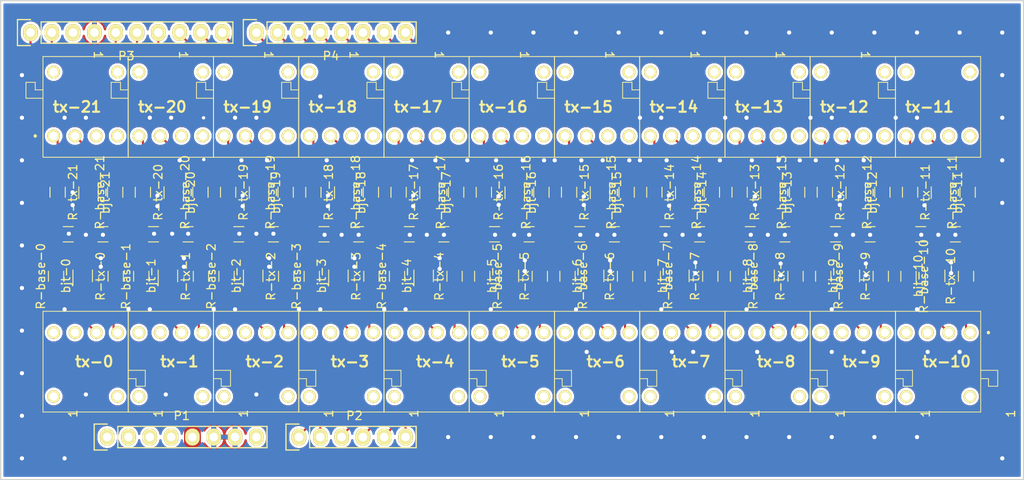
<source format=kicad_pcb>
(kicad_pcb (version 20171130) (host pcbnew "(5.0.2)-1")
  (title_block (date "lun. 30 mars 2015"))
  (layers (0 F.Cu signal) (31 B.Cu signal) (34 B.Paste user hide) (35 F.Paste user) (36 B.SilkS user) (37 F.SilkS user) (38 B.Mask user hide) (39 F.Mask user hide) (44 Edge.Cuts user))
  (net 0 "")
  (net 1 /IOREF)
  (net 2 /Reset)
  (net 3 +5V)
  (net 4 GND)
  (net 5 /Vin)
  (net 6 "Net-(P1-Pad1)")
  (net 7 +3V3)
  (net 8 "Net-(tx-13-Pad5)")
  (net 9 "Net-(tx-13-Pad4)")
  (net 10 "Net-(bjt-13-Pad2)")
  (net 11 "Net-(R-tx-13-Pad1)")
  (net 12 "Net-(R-tx-0-Pad1)")
  (net 13 "Net-(bjt-0-Pad2)")
  (net 14 "Net-(tx-0-Pad4)")
  (net 15 "Net-(tx-0-Pad5)")
  (net 16 "Net-(tx-1-Pad5)")
  (net 17 "Net-(tx-1-Pad4)")
  (net 18 "Net-(bjt-1-Pad2)")
  (net 19 "Net-(R-tx-1-Pad1)")
  (net 20 "Net-(R-tx-2-Pad1)")
  (net 21 "Net-(bjt-2-Pad2)")
  (net 22 "Net-(tx-2-Pad4)")
  (net 23 "Net-(tx-2-Pad5)")
  (net 24 "Net-(tx-3-Pad5)")
  (net 25 "Net-(tx-3-Pad4)")
  (net 26 "Net-(bjt-3-Pad2)")
  (net 27 "Net-(R-tx-3-Pad1)")
  (net 28 "Net-(R-tx-4-Pad1)")
  (net 29 "Net-(bjt-4-Pad2)")
  (net 30 "Net-(tx-4-Pad4)")
  (net 31 "Net-(tx-4-Pad5)")
  (net 32 "Net-(tx-5-Pad5)")
  (net 33 "Net-(tx-5-Pad4)")
  (net 34 "Net-(bjt-5-Pad2)")
  (net 35 "Net-(R-tx-5-Pad1)")
  (net 36 "Net-(R-tx-6-Pad1)")
  (net 37 "Net-(bjt-6-Pad2)")
  (net 38 "Net-(tx-6-Pad4)")
  (net 39 "Net-(tx-6-Pad5)")
  (net 40 "Net-(tx-7-Pad5)")
  (net 41 "Net-(tx-7-Pad4)")
  (net 42 "Net-(bjt-7-Pad2)")
  (net 43 "Net-(R-tx-7-Pad1)")
  (net 44 "Net-(R-tx-8-Pad1)")
  (net 45 "Net-(bjt-8-Pad2)")
  (net 46 "Net-(tx-8-Pad4)")
  (net 47 "Net-(tx-8-Pad5)")
  (net 48 "Net-(tx-9-Pad5)")
  (net 49 "Net-(tx-9-Pad4)")
  (net 50 "Net-(bjt-9-Pad2)")
  (net 51 "Net-(R-tx-9-Pad1)")
  (net 52 "Net-(R-tx-10-Pad1)")
  (net 53 "Net-(bjt-10-Pad2)")
  (net 54 "Net-(tx-10-Pad4)")
  (net 55 "Net-(tx-10-Pad5)")
  (net 56 "Net-(tx-11-Pad5)")
  (net 57 "Net-(tx-11-Pad4)")
  (net 58 "Net-(bjt-11-Pad2)")
  (net 59 "Net-(R-tx-11-Pad1)")
  (net 60 "Net-(R-tx-12-Pad1)")
  (net 61 "Net-(bjt-12-Pad2)")
  (net 62 "Net-(tx-12-Pad4)")
  (net 63 "Net-(tx-12-Pad5)")
  (net 64 sig-13)
  (net 65 sig-12)
  (net 66 sig-11)
  (net 67 sig-10)
  (net 68 sig-9)
  (net 69 sig-8)
  (net 70 sig-7)
  (net 71 sig-6)
  (net 72 sig-5)
  (net 73 sig-4)
  (net 74 sig-3)
  (net 75 sig-2)
  (net 76 sig-1)
  (net 77 sig-0)
  (net 78 "Net-(R-base-8-Pad1)")
  (net 79 "Net-(R-base-3-Pad1)")
  (net 80 "Net-(R-base-9-Pad1)")
  (net 81 "Net-(R-base-10-Pad1)")
  (net 82 "Net-(R-base-13-Pad1)")
  (net 83 "Net-(R-base-12-Pad1)")
  (net 84 "Net-(R-base-11-Pad1)")
  (net 85 "Net-(R-base-7-Pad1)")
  (net 86 "Net-(R-base-0-Pad1)")
  (net 87 "Net-(R-base-1-Pad1)")
  (net 88 "Net-(R-base-2-Pad1)")
  (net 89 "Net-(R-base-4-Pad1)")
  (net 90 "Net-(R-base-5-Pad1)")
  (net 91 "Net-(R-base-6-Pad1)")
  (net 92 "Net-(P3-Pad3)")
  (net 93 "Net-(tx-1-Pad3)")
  (net 94 "Net-(tx-2-Pad3)")
  (net 95 "Net-(tx-3-Pad3)")
  (net 96 "Net-(tx-4-Pad3)")
  (net 97 "Net-(tx-5-Pad3)")
  (net 98 "Net-(tx-6-Pad3)")
  (net 99 "Net-(tx-8-Pad3)")
  (net 100 "Net-(tx-9-Pad3)")
  (net 101 "Net-(tx-10-Pad3)")
  (net 102 "Net-(tx-11-Pad3)")
  (net 103 "Net-(tx-12-Pad3)")
  (net 104 "Net-(tx-7-Pad3)")
  (net 105 "Net-(tx-13-Pad3)")
  (net 106 "Net-(tx-0-Pad3)")
  (net 107 "Net-(tx-20-Pad5)")
  (net 108 "Net-(tx-20-Pad4)")
  (net 109 "Net-(tx-20-Pad3)")
  (net 110 "Net-(bjt-20-Pad2)")
  (net 111 "Net-(R-tx-20-Pad1)")
  (net 112 "Net-(R-tx-19-Pad1)")
  (net 113 "Net-(bjt-19-Pad2)")
  (net 114 "Net-(tx-19-Pad3)")
  (net 115 "Net-(tx-19-Pad4)")
  (net 116 "Net-(tx-19-Pad5)")
  (net 117 "Net-(tx-18-Pad5)")
  (net 118 "Net-(tx-18-Pad4)")
  (net 119 "Net-(tx-18-Pad3)")
  (net 120 "Net-(bjt-18-Pad2)")
  (net 121 "Net-(R-tx-18-Pad1)")
  (net 122 "Net-(R-tx-17-Pad1)")
  (net 123 "Net-(bjt-17-Pad2)")
  (net 124 "Net-(tx-17-Pad3)")
  (net 125 "Net-(tx-17-Pad4)")
  (net 126 "Net-(tx-17-Pad5)")
  (net 127 "Net-(tx-16-Pad5)")
  (net 128 "Net-(tx-16-Pad4)")
  (net 129 "Net-(tx-16-Pad3)")
  (net 130 "Net-(bjt-16-Pad2)")
  (net 131 "Net-(R-tx-16-Pad1)")
  (net 132 "Net-(R-tx-15-Pad1)")
  (net 133 "Net-(bjt-15-Pad2)")
  (net 134 "Net-(tx-15-Pad3)")
  (net 135 "Net-(tx-15-Pad4)")
  (net 136 "Net-(tx-15-Pad5)")
  (net 137 "Net-(tx-14-Pad5)")
  (net 138 "Net-(tx-14-Pad4)")
  (net 139 "Net-(tx-14-Pad3)")
  (net 140 "Net-(bjt-14-Pad2)")
  (net 141 "Net-(R-tx-14-Pad1)")
  (net 142 "Net-(R-tx-21-Pad1)")
  (net 143 "Net-(bjt-21-Pad2)")
  (net 144 "Net-(tx-21-Pad3)")
  (net 145 "Net-(tx-21-Pad4)")
  (net 146 "Net-(tx-21-Pad5)")
  (net 147 sig-21-scl)
  (net 148 sig-20-sda)
  (net 149 sig-14)
  (net 150 sig-15)
  (net 151 sig-16)
  (net 152 sig-17)
  (net 153 sig-18)
  (net 154 sig-19)
  (net 155 "Net-(R-base-20-Pad1)")
  (net 156 "Net-(R-base-17-Pad1)")
  (net 157 "Net-(R-base-21-Pad1)")
  (net 158 "Net-(R-base-19-Pad1)")
  (net 159 "Net-(R-base-18-Pad1)")
  (net 160 "Net-(R-base-16-Pad1)")
  (net 161 "Net-(R-base-14-Pad1)")
  (net 162 "Net-(R-base-15-Pad1)")
  (module Capacitor_SMD:C_1206_3216Metric_Pad1.42x1.75mm_HandSolder (layer F.Cu) (at 205.4225 99.6315)
    (fp_text reference C-14 hide)
    (fp_text value C)
    (pad 2 smd roundrect (at 1.4875 0) (size 1.425 1.75) (layers F.Cu F.Paste F.Mask) (roundrect_rratio 0.175439) (net 4 GND))
    (pad 1 smd roundrect (at -1.4875 0) (size 1.425 1.75) (layers F.Cu F.Paste F.Mask) (roundrect_rratio 0.175439) (net 3 +5V))
  )
  (module Capacitor_SMD:C_1206_3216Metric_Pad1.42x1.75mm_HandSolder (layer F.Cu) (at 195.2625 99.6315)
    (fp_text reference C-15 hide)
    (fp_text value C)
    (pad 1 smd roundrect (at -1.4875 0) (size 1.425 1.75) (layers F.Cu F.Paste F.Mask) (roundrect_rratio 0.175439) (net 3 +5V))
    (pad 2 smd roundrect (at 1.4875 0) (size 1.425 1.75) (layers F.Cu F.Paste F.Mask) (roundrect_rratio 0.175439) (net 4 GND))
  )
  (module Capacitor_SMD:C_1206_3216Metric_Pad1.42x1.75mm_HandSolder (layer F.Cu) (at 185.1025 99.6315)
    (fp_text reference C-16 hide)
    (fp_text value C)
    (pad 2 smd roundrect (at 1.4875 0) (size 1.425 1.75) (layers F.Cu F.Paste F.Mask) (roundrect_rratio 0.175439) (net 4 GND))
    (pad 1 smd roundrect (at -1.4875 0) (size 1.425 1.75) (layers F.Cu F.Paste F.Mask) (roundrect_rratio 0.175439) (net 3 +5V))
  )
  (module Capacitor_SMD:C_1206_3216Metric_Pad1.42x1.75mm_HandSolder (layer F.Cu) (at 174.9425 99.6315)
    (fp_text reference C-17 hide)
    (fp_text value C)
    (pad 1 smd roundrect (at -1.4875 0) (size 1.425 1.75) (layers F.Cu F.Paste F.Mask) (roundrect_rratio 0.175439) (net 3 +5V))
    (pad 2 smd roundrect (at 1.4875 0) (size 1.425 1.75) (layers F.Cu F.Paste F.Mask) (roundrect_rratio 0.175439) (net 4 GND))
  )
  (module Capacitor_SMD:C_1206_3216Metric_Pad1.42x1.75mm_HandSolder (layer F.Cu) (at 164.7825 99.6315)
    (fp_text reference C-18 hide)
    (fp_text value C)
    (pad 2 smd roundrect (at 1.4875 0) (size 1.425 1.75) (layers F.Cu F.Paste F.Mask) (roundrect_rratio 0.175439) (net 4 GND))
    (pad 1 smd roundrect (at -1.4875 0) (size 1.425 1.75) (layers F.Cu F.Paste F.Mask) (roundrect_rratio 0.175439) (net 3 +5V))
  )
  (module Capacitor_SMD:C_1206_3216Metric_Pad1.42x1.75mm_HandSolder (layer F.Cu) (at 154.6225 99.6315)
    (fp_text reference C-19 hide)
    (fp_text value C)
    (pad 1 smd roundrect (at -1.4875 0) (size 1.425 1.75) (layers F.Cu F.Paste F.Mask) (roundrect_rratio 0.175439) (net 3 +5V))
    (pad 2 smd roundrect (at 1.4875 0) (size 1.425 1.75) (layers F.Cu F.Paste F.Mask) (roundrect_rratio 0.175439) (net 4 GND))
  )
  (module Capacitor_SMD:C_1206_3216Metric_Pad1.42x1.75mm_HandSolder (layer F.Cu) (at 144.4625 99.6315)
    (fp_text reference C-20 hide)
    (fp_text value C)
    (pad 2 smd roundrect (at 1.4875 0) (size 1.425 1.75) (layers F.Cu F.Paste F.Mask) (roundrect_rratio 0.175439) (net 4 GND))
    (pad 1 smd roundrect (at -1.4875 0) (size 1.425 1.75) (layers F.Cu F.Paste F.Mask) (roundrect_rratio 0.175439) (net 3 +5V))
  )
  (module Capacitor_SMD:C_1206_3216Metric_Pad1.42x1.75mm_HandSolder (layer F.Cu) (at 134.3025 99.6315)
    (fp_text reference C-21 hide)
    (fp_text value C)
    (pad 1 smd roundrect (at -1.4875 0) (size 1.425 1.75) (layers F.Cu F.Paste F.Mask) (roundrect_rratio 0.175439) (net 3 +5V))
    (pad 2 smd roundrect (at 1.4875 0) (size 1.425 1.75) (layers F.Cu F.Paste F.Mask) (roundrect_rratio 0.175439) (net 4 GND))
  )
  (module Package_TO_SOT_SMD:SOT-343_SC-70-4_Handsoldering (layer F.Cu) (at 136.7155 94.66754 270)
    (fp_text reference bjt-21 (at 0 -2 270) (layer F.SilkS))
    (fp_text value BUT11A)
    (pad 4 smd rect (at 1.33 -0.65 270) (size 1.5 0.4) (layers F.Cu F.Paste F.Mask))
    (pad 3 smd rect (at 1.33 0.65 270) (size 1.5 0.4) (layers F.Cu F.Paste F.Mask) (net 4 GND))
    (pad 2 smd rect (at -1.33 0.65 270) (size 1.5 0.4) (layers F.Cu F.Paste F.Mask) (net 143 "Net-(bjt-21-Pad2)"))
    (pad 1 smd rect (at -1.33 -0.65 270) (size 1.5 0.4) (layers F.Cu F.Paste F.Mask) (net 157 "Net-(R-base-21-Pad1)"))
  )
  (module Package_TO_SOT_SMD:SOT-343_SC-70-4_Handsoldering (layer F.Cu) (at 146.8755 94.66754 270)
    (fp_text reference bjt-20 (at 0 -2 270) (layer F.SilkS))
    (fp_text value BUT11A)
    (pad 1 smd rect (at -1.33 -0.65 270) (size 1.5 0.4) (layers F.Cu F.Paste F.Mask) (net 155 "Net-(R-base-20-Pad1)"))
    (pad 2 smd rect (at -1.33 0.65 270) (size 1.5 0.4) (layers F.Cu F.Paste F.Mask) (net 110 "Net-(bjt-20-Pad2)"))
    (pad 3 smd rect (at 1.33 0.65 270) (size 1.5 0.4) (layers F.Cu F.Paste F.Mask) (net 4 GND))
    (pad 4 smd rect (at 1.33 -0.65 270) (size 1.5 0.4) (layers F.Cu F.Paste F.Mask))
  )
  (module Package_TO_SOT_SMD:SOT-343_SC-70-4_Handsoldering (layer F.Cu) (at 157.0355 94.66754 270)
    (fp_text reference bjt-19 (at 0 -2 270) (layer F.SilkS))
    (fp_text value BUT11A)
    (pad 4 smd rect (at 1.33 -0.65 270) (size 1.5 0.4) (layers F.Cu F.Paste F.Mask))
    (pad 3 smd rect (at 1.33 0.65 270) (size 1.5 0.4) (layers F.Cu F.Paste F.Mask) (net 4 GND))
    (pad 2 smd rect (at -1.33 0.65 270) (size 1.5 0.4) (layers F.Cu F.Paste F.Mask) (net 113 "Net-(bjt-19-Pad2)"))
    (pad 1 smd rect (at -1.33 -0.65 270) (size 1.5 0.4) (layers F.Cu F.Paste F.Mask) (net 158 "Net-(R-base-19-Pad1)"))
  )
  (module Package_TO_SOT_SMD:SOT-343_SC-70-4_Handsoldering (layer F.Cu) (at 167.1955 94.66754 270)
    (fp_text reference bjt-18 (at 0 -2 270) (layer F.SilkS))
    (fp_text value BUT11A)
    (pad 1 smd rect (at -1.33 -0.65 270) (size 1.5 0.4) (layers F.Cu F.Paste F.Mask) (net 159 "Net-(R-base-18-Pad1)"))
    (pad 2 smd rect (at -1.33 0.65 270) (size 1.5 0.4) (layers F.Cu F.Paste F.Mask) (net 120 "Net-(bjt-18-Pad2)"))
    (pad 3 smd rect (at 1.33 0.65 270) (size 1.5 0.4) (layers F.Cu F.Paste F.Mask) (net 4 GND))
    (pad 4 smd rect (at 1.33 -0.65 270) (size 1.5 0.4) (layers F.Cu F.Paste F.Mask))
  )
  (module Package_TO_SOT_SMD:SOT-343_SC-70-4_Handsoldering (layer F.Cu) (at 177.3555 94.66754 270)
    (fp_text reference bjt-17 (at 0 -2 270) (layer F.SilkS))
    (fp_text value BUT11A)
    (pad 4 smd rect (at 1.33 -0.65 270) (size 1.5 0.4) (layers F.Cu F.Paste F.Mask))
    (pad 3 smd rect (at 1.33 0.65 270) (size 1.5 0.4) (layers F.Cu F.Paste F.Mask) (net 4 GND))
    (pad 2 smd rect (at -1.33 0.65 270) (size 1.5 0.4) (layers F.Cu F.Paste F.Mask) (net 123 "Net-(bjt-17-Pad2)"))
    (pad 1 smd rect (at -1.33 -0.65 270) (size 1.5 0.4) (layers F.Cu F.Paste F.Mask) (net 156 "Net-(R-base-17-Pad1)"))
  )
  (module Package_TO_SOT_SMD:SOT-343_SC-70-4_Handsoldering (layer F.Cu) (at 187.5155 94.66754 270)
    (fp_text reference bjt-16 (at 0 -2 270) (layer F.SilkS))
    (fp_text value BUT11A)
    (pad 1 smd rect (at -1.33 -0.65 270) (size 1.5 0.4) (layers F.Cu F.Paste F.Mask) (net 160 "Net-(R-base-16-Pad1)"))
    (pad 2 smd rect (at -1.33 0.65 270) (size 1.5 0.4) (layers F.Cu F.Paste F.Mask) (net 130 "Net-(bjt-16-Pad2)"))
    (pad 3 smd rect (at 1.33 0.65 270) (size 1.5 0.4) (layers F.Cu F.Paste F.Mask) (net 4 GND))
    (pad 4 smd rect (at 1.33 -0.65 270) (size 1.5 0.4) (layers F.Cu F.Paste F.Mask))
  )
  (module Package_TO_SOT_SMD:SOT-343_SC-70-4_Handsoldering (layer F.Cu) (at 197.6755 94.66754 270)
    (fp_text reference bjt-15 (at 0 -2 270) (layer F.SilkS))
    (fp_text value BUT11A)
    (pad 4 smd rect (at 1.33 -0.65 270) (size 1.5 0.4) (layers F.Cu F.Paste F.Mask))
    (pad 3 smd rect (at 1.33 0.65 270) (size 1.5 0.4) (layers F.Cu F.Paste F.Mask) (net 4 GND))
    (pad 2 smd rect (at -1.33 0.65 270) (size 1.5 0.4) (layers F.Cu F.Paste F.Mask) (net 133 "Net-(bjt-15-Pad2)"))
    (pad 1 smd rect (at -1.33 -0.65 270) (size 1.5 0.4) (layers F.Cu F.Paste F.Mask) (net 162 "Net-(R-base-15-Pad1)"))
  )
  (module Package_TO_SOT_SMD:SOT-343_SC-70-4_Handsoldering (layer F.Cu) (at 207.8355 94.66754 270)
    (fp_text reference bjt-14 (at 0 -2 270) (layer F.SilkS))
    (fp_text value BUT11A)
    (pad 1 smd rect (at -1.33 -0.65 270) (size 1.5 0.4) (layers F.Cu F.Paste F.Mask) (net 161 "Net-(R-base-14-Pad1)"))
    (pad 2 smd rect (at -1.33 0.65 270) (size 1.5 0.4) (layers F.Cu F.Paste F.Mask) (net 140 "Net-(bjt-14-Pad2)"))
    (pad 3 smd rect (at 1.33 0.65 270) (size 1.5 0.4) (layers F.Cu F.Paste F.Mask) (net 4 GND))
    (pad 4 smd rect (at 1.33 -0.65 270) (size 1.5 0.4) (layers F.Cu F.Paste F.Mask))
  )
  (module Resistor_SMD:R_1206_3216Metric_Pad1.42x1.75mm_HandSolder (layer F.Cu) (at 204.1525 94.61754 270)
    (fp_text reference R-tx-14 (at 0 -1.82 270) (layer F.SilkS))
    (fp_text value 50)
    (pad 2 smd roundrect (at 1.4875 0 270) (size 1.425 1.75) (layers F.Cu F.Paste F.Mask) (roundrect_rratio 0.175439) (net 3 +5V))
    (pad 1 smd roundrect (at -1.4875 0 270) (size 1.425 1.75) (layers F.Cu F.Paste F.Mask) (roundrect_rratio 0.175439) (net 141 "Net-(R-tx-14-Pad1)"))
  )
  (module Resistor_SMD:R_1206_3216Metric_Pad1.42x1.75mm_HandSolder (layer F.Cu) (at 193.9925 94.61754 270)
    (fp_text reference R-tx-15 (at 0 -1.82 270) (layer F.SilkS))
    (fp_text value 50)
    (pad 1 smd roundrect (at -1.4875 0 270) (size 1.425 1.75) (layers F.Cu F.Paste F.Mask) (roundrect_rratio 0.175439) (net 132 "Net-(R-tx-15-Pad1)"))
    (pad 2 smd roundrect (at 1.4875 0 270) (size 1.425 1.75) (layers F.Cu F.Paste F.Mask) (roundrect_rratio 0.175439) (net 3 +5V))
  )
  (module Resistor_SMD:R_1206_3216Metric_Pad1.42x1.75mm_HandSolder (layer F.Cu) (at 200.8505 94.61754 90)
    (fp_text reference R-base-15 (at 0 -1.82 90) (layer F.SilkS))
    (fp_text value 2k)
    (pad 2 smd roundrect (at 1.4875 0 90) (size 1.425 1.75) (layers F.Cu F.Paste F.Mask) (roundrect_rratio 0.175439) (net 73 sig-4))
    (pad 1 smd roundrect (at -1.4875 0 90) (size 1.425 1.75) (layers F.Cu F.Paste F.Mask) (roundrect_rratio 0.175439) (net 162 "Net-(R-base-15-Pad1)"))
  )
  (module Resistor_SMD:R_1206_3216Metric_Pad1.42x1.75mm_HandSolder (layer F.Cu) (at 133.0325 94.61754 270)
    (fp_text reference R-tx-21 (at 0 -1.82 270) (layer F.SilkS))
    (fp_text value 50)
    (pad 1 smd roundrect (at -1.4875 0 270) (size 1.425 1.75) (layers F.Cu F.Paste F.Mask) (roundrect_rratio 0.175439) (net 142 "Net-(R-tx-21-Pad1)"))
    (pad 2 smd roundrect (at 1.4875 0 270) (size 1.425 1.75) (layers F.Cu F.Paste F.Mask) (roundrect_rratio 0.175439) (net 3 +5V))
  )
  (module Resistor_SMD:R_1206_3216Metric_Pad1.42x1.75mm_HandSolder (layer F.Cu) (at 143.1925 94.61754 270)
    (fp_text reference R-tx-20 (at 0 -1.82 270) (layer F.SilkS))
    (fp_text value 50)
    (pad 2 smd roundrect (at 1.4875 0 270) (size 1.425 1.75) (layers F.Cu F.Paste F.Mask) (roundrect_rratio 0.175439) (net 3 +5V))
    (pad 1 smd roundrect (at -1.4875 0 270) (size 1.425 1.75) (layers F.Cu F.Paste F.Mask) (roundrect_rratio 0.175439) (net 111 "Net-(R-tx-20-Pad1)"))
  )
  (module Resistor_SMD:R_1206_3216Metric_Pad1.42x1.75mm_HandSolder (layer F.Cu) (at 153.3525 94.61754 270)
    (fp_text reference R-tx-19 (at 0 -1.82 270) (layer F.SilkS))
    (fp_text value 50)
    (pad 1 smd roundrect (at -1.4875 0 270) (size 1.425 1.75) (layers F.Cu F.Paste F.Mask) (roundrect_rratio 0.175439) (net 112 "Net-(R-tx-19-Pad1)"))
    (pad 2 smd roundrect (at 1.4875 0 270) (size 1.425 1.75) (layers F.Cu F.Paste F.Mask) (roundrect_rratio 0.175439) (net 3 +5V))
  )
  (module Resistor_SMD:R_1206_3216Metric_Pad1.42x1.75mm_HandSolder (layer F.Cu) (at 163.5125 94.61754 270)
    (fp_text reference R-tx-18 (at 0 -1.82 270) (layer F.SilkS))
    (fp_text value 50)
    (pad 2 smd roundrect (at 1.4875 0 270) (size 1.425 1.75) (layers F.Cu F.Paste F.Mask) (roundrect_rratio 0.175439) (net 3 +5V))
    (pad 1 smd roundrect (at -1.4875 0 270) (size 1.425 1.75) (layers F.Cu F.Paste F.Mask) (roundrect_rratio 0.175439) (net 121 "Net-(R-tx-18-Pad1)"))
  )
  (module Resistor_SMD:R_1206_3216Metric_Pad1.42x1.75mm_HandSolder (layer F.Cu) (at 173.6725 94.61754 270)
    (fp_text reference R-tx-17 (at 0 -1.82 270) (layer F.SilkS))
    (fp_text value 50)
    (pad 1 smd roundrect (at -1.4875 0 270) (size 1.425 1.75) (layers F.Cu F.Paste F.Mask) (roundrect_rratio 0.175439) (net 122 "Net-(R-tx-17-Pad1)"))
    (pad 2 smd roundrect (at 1.4875 0 270) (size 1.425 1.75) (layers F.Cu F.Paste F.Mask) (roundrect_rratio 0.175439) (net 3 +5V))
  )
  (module Resistor_SMD:R_1206_3216Metric_Pad1.42x1.75mm_HandSolder (layer F.Cu) (at 211.0105 94.61754 90)
    (fp_text reference R-base-14 (at 0 -1.82 90) (layer F.SilkS))
    (fp_text value 2k)
    (pad 2 smd roundrect (at 1.4875 0 90) (size 1.425 1.75) (layers F.Cu F.Paste F.Mask) (roundrect_rratio 0.175439) (net 74 sig-3))
    (pad 1 smd roundrect (at -1.4875 0 90) (size 1.425 1.75) (layers F.Cu F.Paste F.Mask) (roundrect_rratio 0.175439) (net 161 "Net-(R-base-14-Pad1)"))
  )
  (module Resistor_SMD:R_1206_3216Metric_Pad1.42x1.75mm_HandSolder (layer F.Cu) (at 190.6905 94.61754 90)
    (fp_text reference R-base-16 (at 0 -1.82 90) (layer F.SilkS))
    (fp_text value 2k)
    (pad 1 smd roundrect (at -1.4875 0 90) (size 1.425 1.75) (layers F.Cu F.Paste F.Mask) (roundrect_rratio 0.175439) (net 160 "Net-(R-base-16-Pad1)"))
    (pad 2 smd roundrect (at 1.4875 0 90) (size 1.425 1.75) (layers F.Cu F.Paste F.Mask) (roundrect_rratio 0.175439) (net 72 sig-5))
  )
  (module Resistor_SMD:R_1206_3216Metric_Pad1.42x1.75mm_HandSolder (layer F.Cu) (at 170.3705 94.61754 90)
    (fp_text reference R-base-18 (at 0 -1.82 90) (layer F.SilkS))
    (fp_text value 2k)
    (pad 2 smd roundrect (at 1.4875 0 90) (size 1.425 1.75) (layers F.Cu F.Paste F.Mask) (roundrect_rratio 0.175439) (net 69 sig-8))
    (pad 1 smd roundrect (at -1.4875 0 90) (size 1.425 1.75) (layers F.Cu F.Paste F.Mask) (roundrect_rratio 0.175439) (net 159 "Net-(R-base-18-Pad1)"))
  )
  (module Resistor_SMD:R_1206_3216Metric_Pad1.42x1.75mm_HandSolder (layer F.Cu) (at 160.2105 94.61754 90)
    (fp_text reference R-base-19 (at 0 -1.82 90) (layer F.SilkS))
    (fp_text value 2k)
    (pad 1 smd roundrect (at -1.4875 0 90) (size 1.425 1.75) (layers F.Cu F.Paste F.Mask) (roundrect_rratio 0.175439) (net 158 "Net-(R-base-19-Pad1)"))
    (pad 2 smd roundrect (at 1.4875 0 90) (size 1.425 1.75) (layers F.Cu F.Paste F.Mask) (roundrect_rratio 0.175439) (net 67 sig-10))
  )
  (module Resistor_SMD:R_1206_3216Metric_Pad1.42x1.75mm_HandSolder (layer F.Cu) (at 139.8905 94.61754 90)
    (fp_text reference R-base-21 (at 0 -1.82 90) (layer F.SilkS))
    (fp_text value 2k)
    (pad 2 smd roundrect (at 1.4875 0 90) (size 1.425 1.75) (layers F.Cu F.Paste F.Mask) (roundrect_rratio 0.175439) (net 148 sig-20-sda))
    (pad 1 smd roundrect (at -1.4875 0 90) (size 1.425 1.75) (layers F.Cu F.Paste F.Mask) (roundrect_rratio 0.175439) (net 157 "Net-(R-base-21-Pad1)"))
  )
  (module Resistor_SMD:R_1206_3216Metric_Pad1.42x1.75mm_HandSolder (layer F.Cu) (at 183.8325 94.61754 270)
    (fp_text reference R-tx-16 (at -0.01778 -1.74888 270) (layer F.SilkS))
    (fp_text value 50)
    (pad 1 smd roundrect (at -1.4875 0 270) (size 1.425 1.75) (layers F.Cu F.Paste F.Mask) (roundrect_rratio 0.175439) (net 131 "Net-(R-tx-16-Pad1)"))
    (pad 2 smd roundrect (at 1.4875 0 270) (size 1.425 1.75) (layers F.Cu F.Paste F.Mask) (roundrect_rratio 0.175439) (net 3 +5V))
  )
  (module Resistor_SMD:R_1206_3216Metric_Pad1.42x1.75mm_HandSolder (layer F.Cu) (at 180.5305 94.61754 90)
    (fp_text reference R-base-17 (at 0 -1.82 90) (layer F.SilkS))
    (fp_text value 2k)
    (pad 2 smd roundrect (at 1.4875 0 90) (size 1.425 1.75) (layers F.Cu F.Paste F.Mask) (roundrect_rratio 0.175439) (net 71 sig-6))
    (pad 1 smd roundrect (at -1.4875 0 90) (size 1.425 1.75) (layers F.Cu F.Paste F.Mask) (roundrect_rratio 0.175439) (net 156 "Net-(R-base-17-Pad1)"))
  )
  (module Resistor_SMD:R_1206_3216Metric_Pad1.42x1.75mm_HandSolder (layer F.Cu) (at 150.0505 94.61754 90)
    (fp_text reference R-base-20 (at 0 -1.82 90) (layer F.SilkS))
    (fp_text value 2k)
    (pad 1 smd roundrect (at -1.4875 0 90) (size 1.425 1.75) (layers F.Cu F.Paste F.Mask) (roundrect_rratio 0.175439) (net 155 "Net-(R-base-20-Pad1)"))
    (pad 2 smd roundrect (at 1.4875 0 90) (size 1.425 1.75) (layers F.Cu F.Paste F.Mask) (roundrect_rratio 0.175439) (net 65 sig-12))
  )
  (module hfbr:HFBR1521Z (layer F.Cu) (at 136.363499 87.899999 180)
    (fp_text reference tx-21 (at 1.015 3.465 180) (layer F.SilkS) (effects (font (size 1.27 1.27) (thickness 0.254))))
    (fp_text value HFBR-1521Z hide)
    (pad 1 thru_hole circle (at 3.81 0 270) (size 1.515 1.515) (drill 1.01) (layers *.Cu *.Mask F.SilkS) (net 142 "Net-(R-tx-21-Pad1)"))
    (pad 2 thru_hole circle (at 1.27 0 270) (size 1.515 1.515) (drill 1.01) (layers *.Cu *.Mask F.SilkS) (net 143 "Net-(bjt-21-Pad2)"))
    (pad 3 thru_hole circle (at -1.27 0 270) (size 1.515 1.515) (drill 1.01) (layers *.Cu *.Mask F.SilkS) (net 144 "Net-(tx-21-Pad3)"))
    (pad 4 thru_hole circle (at -3.81 0 270) (size 1.515 1.515) (drill 1.01) (layers *.Cu *.Mask F.SilkS) (net 145 "Net-(tx-21-Pad4)"))
    (pad 5 thru_hole circle (at -3.81 7.62 270) (size 1.515 1.515) (drill 1.01) (layers *.Cu *.Mask F.SilkS) (net 146 "Net-(tx-21-Pad5)"))
    (pad 6 thru_hole circle (at 3.81 7.62 270) (size 1.515 1.515) (drill 1.01) (layers *.Cu *.Mask F.SilkS))
  )
  (module hfbr:HFBR1521Z (layer F.Cu) (at 207.483499 87.899999 180)
    (fp_text reference tx-14 (at 1.015 3.465 180) (layer F.SilkS) (effects (font (size 1.27 1.27) (thickness 0.254))))
    (fp_text value HFBR-1521Z hide)
    (pad 6 thru_hole circle (at 3.81 7.62 270) (size 1.515 1.515) (drill 1.01) (layers *.Cu *.Mask F.SilkS))
    (pad 5 thru_hole circle (at -3.81 7.62 270) (size 1.515 1.515) (drill 1.01) (layers *.Cu *.Mask F.SilkS) (net 137 "Net-(tx-14-Pad5)"))
    (pad 4 thru_hole circle (at -3.81 0 270) (size 1.515 1.515) (drill 1.01) (layers *.Cu *.Mask F.SilkS) (net 138 "Net-(tx-14-Pad4)"))
    (pad 3 thru_hole circle (at -1.27 0 270) (size 1.515 1.515) (drill 1.01) (layers *.Cu *.Mask F.SilkS) (net 139 "Net-(tx-14-Pad3)"))
    (pad 2 thru_hole circle (at 1.27 0 270) (size 1.515 1.515) (drill 1.01) (layers *.Cu *.Mask F.SilkS) (net 140 "Net-(bjt-14-Pad2)"))
    (pad 1 thru_hole circle (at 3.81 0 270) (size 1.515 1.515) (drill 1.01) (layers *.Cu *.Mask F.SilkS) (net 141 "Net-(R-tx-14-Pad1)"))
  )
  (module hfbr:HFBR1521Z (layer F.Cu) (at 197.323499 87.899999 180)
    (fp_text reference tx-15 (at 1.015 3.465 180) (layer F.SilkS) (effects (font (size 1.27 1.27) (thickness 0.254))))
    (fp_text value HFBR-1521Z hide)
    (pad 1 thru_hole circle (at 3.81 0 270) (size 1.515 1.515) (drill 1.01) (layers *.Cu *.Mask F.SilkS) (net 132 "Net-(R-tx-15-Pad1)"))
    (pad 2 thru_hole circle (at 1.27 0 270) (size 1.515 1.515) (drill 1.01) (layers *.Cu *.Mask F.SilkS) (net 133 "Net-(bjt-15-Pad2)"))
    (pad 3 thru_hole circle (at -1.27 0 270) (size 1.515 1.515) (drill 1.01) (layers *.Cu *.Mask F.SilkS) (net 134 "Net-(tx-15-Pad3)"))
    (pad 4 thru_hole circle (at -3.81 0 270) (size 1.515 1.515) (drill 1.01) (layers *.Cu *.Mask F.SilkS) (net 135 "Net-(tx-15-Pad4)"))
    (pad 5 thru_hole circle (at -3.81 7.62 270) (size 1.515 1.515) (drill 1.01) (layers *.Cu *.Mask F.SilkS) (net 136 "Net-(tx-15-Pad5)"))
    (pad 6 thru_hole circle (at 3.81 7.62 270) (size 1.515 1.515) (drill 1.01) (layers *.Cu *.Mask F.SilkS))
  )
  (module hfbr:HFBR1521Z (layer F.Cu) (at 187.163499 87.899999 180)
    (fp_text reference tx-16 (at 1.015 3.465 180) (layer F.SilkS) (effects (font (size 1.27 1.27) (thickness 0.254))))
    (fp_text value HFBR-1521Z hide)
    (pad 6 thru_hole circle (at 3.81 7.62 270) (size 1.515 1.515) (drill 1.01) (layers *.Cu *.Mask F.SilkS))
    (pad 5 thru_hole circle (at -3.81 7.62 270) (size 1.515 1.515) (drill 1.01) (layers *.Cu *.Mask F.SilkS) (net 127 "Net-(tx-16-Pad5)"))
    (pad 4 thru_hole circle (at -3.81 0 270) (size 1.515 1.515) (drill 1.01) (layers *.Cu *.Mask F.SilkS) (net 128 "Net-(tx-16-Pad4)"))
    (pad 3 thru_hole circle (at -1.27 0 270) (size 1.515 1.515) (drill 1.01) (layers *.Cu *.Mask F.SilkS) (net 129 "Net-(tx-16-Pad3)"))
    (pad 2 thru_hole circle (at 1.27 0 270) (size 1.515 1.515) (drill 1.01) (layers *.Cu *.Mask F.SilkS) (net 130 "Net-(bjt-16-Pad2)"))
    (pad 1 thru_hole circle (at 3.81 0 270) (size 1.515 1.515) (drill 1.01) (layers *.Cu *.Mask F.SilkS) (net 131 "Net-(R-tx-16-Pad1)"))
  )
  (module hfbr:HFBR1521Z (layer F.Cu) (at 177.003499 87.899999 180)
    (fp_text reference tx-17 (at 1.015 3.465 180) (layer F.SilkS) (effects (font (size 1.27 1.27) (thickness 0.254))))
    (fp_text value HFBR-1521Z hide)
    (pad 1 thru_hole circle (at 3.81 0 270) (size 1.515 1.515) (drill 1.01) (layers *.Cu *.Mask F.SilkS) (net 122 "Net-(R-tx-17-Pad1)"))
    (pad 2 thru_hole circle (at 1.27 0 270) (size 1.515 1.515) (drill 1.01) (layers *.Cu *.Mask F.SilkS) (net 123 "Net-(bjt-17-Pad2)"))
    (pad 3 thru_hole circle (at -1.27 0 270) (size 1.515 1.515) (drill 1.01) (layers *.Cu *.Mask F.SilkS) (net 124 "Net-(tx-17-Pad3)"))
    (pad 4 thru_hole circle (at -3.81 0 270) (size 1.515 1.515) (drill 1.01) (layers *.Cu *.Mask F.SilkS) (net 125 "Net-(tx-17-Pad4)"))
    (pad 5 thru_hole circle (at -3.81 7.62 270) (size 1.515 1.515) (drill 1.01) (layers *.Cu *.Mask F.SilkS) (net 126 "Net-(tx-17-Pad5)"))
    (pad 6 thru_hole circle (at 3.81 7.62 270) (size 1.515 1.515) (drill 1.01) (layers *.Cu *.Mask F.SilkS))
  )
  (module hfbr:HFBR1521Z (layer F.Cu) (at 166.843499 87.899999 180)
    (fp_text reference tx-18 (at 1.015 3.465 180) (layer F.SilkS) (effects (font (size 1.27 1.27) (thickness 0.254))))
    (fp_text value HFBR-1521Z hide)
    (pad 6 thru_hole circle (at 3.81 7.62 270) (size 1.515 1.515) (drill 1.01) (layers *.Cu *.Mask F.SilkS))
    (pad 5 thru_hole circle (at -3.81 7.62 270) (size 1.515 1.515) (drill 1.01) (layers *.Cu *.Mask F.SilkS) (net 117 "Net-(tx-18-Pad5)"))
    (pad 4 thru_hole circle (at -3.81 0 270) (size 1.515 1.515) (drill 1.01) (layers *.Cu *.Mask F.SilkS) (net 118 "Net-(tx-18-Pad4)"))
    (pad 3 thru_hole circle (at -1.27 0 270) (size 1.515 1.515) (drill 1.01) (layers *.Cu *.Mask F.SilkS) (net 119 "Net-(tx-18-Pad3)"))
    (pad 2 thru_hole circle (at 1.27 0 270) (size 1.515 1.515) (drill 1.01) (layers *.Cu *.Mask F.SilkS) (net 120 "Net-(bjt-18-Pad2)"))
    (pad 1 thru_hole circle (at 3.81 0 270) (size 1.515 1.515) (drill 1.01) (layers *.Cu *.Mask F.SilkS) (net 121 "Net-(R-tx-18-Pad1)"))
  )
  (module hfbr:HFBR1521Z (layer F.Cu) (at 156.683499 87.899999 180)
    (fp_text reference tx-19 (at 1.015 3.465 180) (layer F.SilkS) (effects (font (size 1.27 1.27) (thickness 0.254))))
    (fp_text value HFBR-1521Z hide)
    (pad 1 thru_hole circle (at 3.81 0 270) (size 1.515 1.515) (drill 1.01) (layers *.Cu *.Mask F.SilkS) (net 112 "Net-(R-tx-19-Pad1)"))
    (pad 2 thru_hole circle (at 1.27 0 270) (size 1.515 1.515) (drill 1.01) (layers *.Cu *.Mask F.SilkS) (net 113 "Net-(bjt-19-Pad2)"))
    (pad 3 thru_hole circle (at -1.27 0 270) (size 1.515 1.515) (drill 1.01) (layers *.Cu *.Mask F.SilkS) (net 114 "Net-(tx-19-Pad3)"))
    (pad 4 thru_hole circle (at -3.81 0 270) (size 1.515 1.515) (drill 1.01) (layers *.Cu *.Mask F.SilkS) (net 115 "Net-(tx-19-Pad4)"))
    (pad 5 thru_hole circle (at -3.81 7.62 270) (size 1.515 1.515) (drill 1.01) (layers *.Cu *.Mask F.SilkS) (net 116 "Net-(tx-19-Pad5)"))
    (pad 6 thru_hole circle (at 3.81 7.62 270) (size 1.515 1.515) (drill 1.01) (layers *.Cu *.Mask F.SilkS))
  )
  (module hfbr:HFBR1521Z (layer F.Cu) (at 146.523499 87.899999 180)
    (fp_text reference tx-20 (at 1.015 3.465 180) (layer F.SilkS) (effects (font (size 1.27 1.27) (thickness 0.254))))
    (fp_text value HFBR-1521Z hide)
    (pad 6 thru_hole circle (at 3.81 7.62 270) (size 1.515 1.515) (drill 1.01) (layers *.Cu *.Mask F.SilkS))
    (pad 5 thru_hole circle (at -3.81 7.62 270) (size 1.515 1.515) (drill 1.01) (layers *.Cu *.Mask F.SilkS) (net 107 "Net-(tx-20-Pad5)"))
    (pad 4 thru_hole circle (at -3.81 0 270) (size 1.515 1.515) (drill 1.01) (layers *.Cu *.Mask F.SilkS) (net 108 "Net-(tx-20-Pad4)"))
    (pad 3 thru_hole circle (at -1.27 0 270) (size 1.515 1.515) (drill 1.01) (layers *.Cu *.Mask F.SilkS) (net 109 "Net-(tx-20-Pad3)"))
    (pad 2 thru_hole circle (at 1.27 0 270) (size 1.515 1.515) (drill 1.01) (layers *.Cu *.Mask F.SilkS) (net 110 "Net-(bjt-20-Pad2)"))
    (pad 1 thru_hole circle (at 3.81 0 270) (size 1.515 1.515) (drill 1.01) (layers *.Cu *.Mask F.SilkS) (net 111 "Net-(R-tx-20-Pad1)"))
  )
  (module hfbr:HFBR1521Z (layer F.Cu) (at 136.369001 111.363001)
    (fp_text reference tx-0 (at 1.015 3.465) (layer F.SilkS) (effects (font (size 1.27 1.27) (thickness 0.254))))
    (fp_text value HFBR-1521Z hide)
    (pad 1 thru_hole circle (at 3.81 0 90) (size 1.515 1.515) (drill 1.01) (layers *.Cu *.Mask F.SilkS) (net 12 "Net-(R-tx-0-Pad1)"))
    (pad 2 thru_hole circle (at 1.27 0 90) (size 1.515 1.515) (drill 1.01) (layers *.Cu *.Mask F.SilkS) (net 13 "Net-(bjt-0-Pad2)"))
    (pad 3 thru_hole circle (at -1.27 0 90) (size 1.515 1.515) (drill 1.01) (layers *.Cu *.Mask F.SilkS) (net 106 "Net-(tx-0-Pad3)"))
    (pad 4 thru_hole circle (at -3.81 0 90) (size 1.515 1.515) (drill 1.01) (layers *.Cu *.Mask F.SilkS) (net 14 "Net-(tx-0-Pad4)"))
    (pad 5 thru_hole circle (at -3.81 7.62 90) (size 1.515 1.515) (drill 1.01) (layers *.Cu *.Mask F.SilkS) (net 15 "Net-(tx-0-Pad5)"))
    (pad 6 thru_hole circle (at 3.81 7.62 90) (size 1.515 1.515) (drill 1.01) (layers *.Cu *.Mask F.SilkS))
  )
  (module hfbr:HFBR1521Z (layer F.Cu) (at 217.643499 87.899999 180)
    (fp_text reference tx-13 (at 1.015 3.465 180) (layer F.SilkS) (effects (font (size 1.27 1.27) (thickness 0.254))))
    (fp_text value HFBR-1521Z hide)
    (pad 6 thru_hole circle (at 3.81 7.62 270) (size 1.515 1.515) (drill 1.01) (layers *.Cu *.Mask F.SilkS))
    (pad 5 thru_hole circle (at -3.81 7.62 270) (size 1.515 1.515) (drill 1.01) (layers *.Cu *.Mask F.SilkS) (net 8 "Net-(tx-13-Pad5)"))
    (pad 4 thru_hole circle (at -3.81 0 270) (size 1.515 1.515) (drill 1.01) (layers *.Cu *.Mask F.SilkS) (net 9 "Net-(tx-13-Pad4)"))
    (pad 3 thru_hole circle (at -1.27 0 270) (size 1.515 1.515) (drill 1.01) (layers *.Cu *.Mask F.SilkS) (net 105 "Net-(tx-13-Pad3)"))
    (pad 2 thru_hole circle (at 1.27 0 270) (size 1.515 1.515) (drill 1.01) (layers *.Cu *.Mask F.SilkS) (net 10 "Net-(bjt-13-Pad2)"))
    (pad 1 thru_hole circle (at 3.81 0 270) (size 1.515 1.515) (drill 1.01) (layers *.Cu *.Mask F.SilkS) (net 11 "Net-(R-tx-13-Pad1)"))
  )
  (module hfbr:HFBR1521Z (layer F.Cu) (at 207.489001 111.363001)
    (fp_text reference tx-7 (at 1.015 3.465) (layer F.SilkS) (effects (font (size 1.27 1.27) (thickness 0.254))))
    (fp_text value HFBR-1521Z hide)
    (pad 1 thru_hole circle (at 3.81 0 90) (size 1.515 1.515) (drill 1.01) (layers *.Cu *.Mask F.SilkS) (net 43 "Net-(R-tx-7-Pad1)"))
    (pad 2 thru_hole circle (at 1.27 0 90) (size 1.515 1.515) (drill 1.01) (layers *.Cu *.Mask F.SilkS) (net 42 "Net-(bjt-7-Pad2)"))
    (pad 3 thru_hole circle (at -1.27 0 90) (size 1.515 1.515) (drill 1.01) (layers *.Cu *.Mask F.SilkS) (net 104 "Net-(tx-7-Pad3)"))
    (pad 4 thru_hole circle (at -3.81 0 90) (size 1.515 1.515) (drill 1.01) (layers *.Cu *.Mask F.SilkS) (net 41 "Net-(tx-7-Pad4)"))
    (pad 5 thru_hole circle (at -3.81 7.62 90) (size 1.515 1.515) (drill 1.01) (layers *.Cu *.Mask F.SilkS) (net 40 "Net-(tx-7-Pad5)"))
    (pad 6 thru_hole circle (at 3.81 7.62 90) (size 1.515 1.515) (drill 1.01) (layers *.Cu *.Mask F.SilkS))
  )
  (module hfbr:HFBR1521Z (layer F.Cu) (at 227.803499 87.899999 180)
    (fp_text reference tx-12 (at 1.015 3.465 180) (layer F.SilkS) (effects (font (size 1.27 1.27) (thickness 0.254))))
    (fp_text value HFBR-1521Z hide)
    (pad 6 thru_hole circle (at 3.81 7.62 270) (size 1.515 1.515) (drill 1.01) (layers *.Cu *.Mask F.SilkS))
    (pad 5 thru_hole circle (at -3.81 7.62 270) (size 1.515 1.515) (drill 1.01) (layers *.Cu *.Mask F.SilkS) (net 63 "Net-(tx-12-Pad5)"))
    (pad 4 thru_hole circle (at -3.81 0 270) (size 1.515 1.515) (drill 1.01) (layers *.Cu *.Mask F.SilkS) (net 62 "Net-(tx-12-Pad4)"))
    (pad 3 thru_hole circle (at -1.27 0 270) (size 1.515 1.515) (drill 1.01) (layers *.Cu *.Mask F.SilkS) (net 103 "Net-(tx-12-Pad3)"))
    (pad 2 thru_hole circle (at 1.27 0 270) (size 1.515 1.515) (drill 1.01) (layers *.Cu *.Mask F.SilkS) (net 61 "Net-(bjt-12-Pad2)"))
    (pad 1 thru_hole circle (at 3.81 0 270) (size 1.515 1.515) (drill 1.01) (layers *.Cu *.Mask F.SilkS) (net 60 "Net-(R-tx-12-Pad1)"))
  )
  (module hfbr:HFBR1521Z (layer F.Cu) (at 237.963499 87.899999 180)
    (fp_text reference tx-11 (at 1.015 3.465 180) (layer F.SilkS) (effects (font (size 1.27 1.27) (thickness 0.254))))
    (fp_text value HFBR-1521Z hide)
    (pad 1 thru_hole circle (at 3.81 0 270) (size 1.515 1.515) (drill 1.01) (layers *.Cu *.Mask F.SilkS) (net 59 "Net-(R-tx-11-Pad1)"))
    (pad 2 thru_hole circle (at 1.27 0 270) (size 1.515 1.515) (drill 1.01) (layers *.Cu *.Mask F.SilkS) (net 58 "Net-(bjt-11-Pad2)"))
    (pad 3 thru_hole circle (at -1.27 0 270) (size 1.515 1.515) (drill 1.01) (layers *.Cu *.Mask F.SilkS) (net 102 "Net-(tx-11-Pad3)"))
    (pad 4 thru_hole circle (at -3.81 0 270) (size 1.515 1.515) (drill 1.01) (layers *.Cu *.Mask F.SilkS) (net 57 "Net-(tx-11-Pad4)"))
    (pad 5 thru_hole circle (at -3.81 7.62 270) (size 1.515 1.515) (drill 1.01) (layers *.Cu *.Mask F.SilkS) (net 56 "Net-(tx-11-Pad5)"))
    (pad 6 thru_hole circle (at 3.81 7.62 270) (size 1.515 1.515) (drill 1.01) (layers *.Cu *.Mask F.SilkS))
  )
  (module hfbr:HFBR1521Z (layer F.Cu) (at 237.969001 111.363001)
    (fp_text reference tx-10 (at 1.015 3.465) (layer F.SilkS) (effects (font (size 1.27 1.27) (thickness 0.254))))
    (fp_text value HFBR-1521Z hide)
    (pad 6 thru_hole circle (at 3.81 7.62 90) (size 1.515 1.515) (drill 1.01) (layers *.Cu *.Mask F.SilkS))
    (pad 5 thru_hole circle (at -3.81 7.62 90) (size 1.515 1.515) (drill 1.01) (layers *.Cu *.Mask F.SilkS) (net 55 "Net-(tx-10-Pad5)"))
    (pad 4 thru_hole circle (at -3.81 0 90) (size 1.515 1.515) (drill 1.01) (layers *.Cu *.Mask F.SilkS) (net 54 "Net-(tx-10-Pad4)"))
    (pad 3 thru_hole circle (at -1.27 0 90) (size 1.515 1.515) (drill 1.01) (layers *.Cu *.Mask F.SilkS) (net 101 "Net-(tx-10-Pad3)"))
    (pad 2 thru_hole circle (at 1.27 0 90) (size 1.515 1.515) (drill 1.01) (layers *.Cu *.Mask F.SilkS) (net 53 "Net-(bjt-10-Pad2)"))
    (pad 1 thru_hole circle (at 3.81 0 90) (size 1.515 1.515) (drill 1.01) (layers *.Cu *.Mask F.SilkS) (net 52 "Net-(R-tx-10-Pad1)"))
  )
  (module hfbr:HFBR1521Z (layer F.Cu) (at 227.809001 111.363001)
    (fp_text reference tx-9 (at 1.015 3.465) (layer F.SilkS) (effects (font (size 1.27 1.27) (thickness 0.254))))
    (fp_text value HFBR-1521Z hide)
    (pad 1 thru_hole circle (at 3.81 0 90) (size 1.515 1.515) (drill 1.01) (layers *.Cu *.Mask F.SilkS) (net 51 "Net-(R-tx-9-Pad1)"))
    (pad 2 thru_hole circle (at 1.27 0 90) (size 1.515 1.515) (drill 1.01) (layers *.Cu *.Mask F.SilkS) (net 50 "Net-(bjt-9-Pad2)"))
    (pad 3 thru_hole circle (at -1.27 0 90) (size 1.515 1.515) (drill 1.01) (layers *.Cu *.Mask F.SilkS) (net 100 "Net-(tx-9-Pad3)"))
    (pad 4 thru_hole circle (at -3.81 0 90) (size 1.515 1.515) (drill 1.01) (layers *.Cu *.Mask F.SilkS) (net 49 "Net-(tx-9-Pad4)"))
    (pad 5 thru_hole circle (at -3.81 7.62 90) (size 1.515 1.515) (drill 1.01) (layers *.Cu *.Mask F.SilkS) (net 48 "Net-(tx-9-Pad5)"))
    (pad 6 thru_hole circle (at 3.81 7.62 90) (size 1.515 1.515) (drill 1.01) (layers *.Cu *.Mask F.SilkS))
  )
  (module hfbr:HFBR1521Z (layer F.Cu) (at 217.649001 111.363001)
    (fp_text reference tx-8 (at 1.015 3.465) (layer F.SilkS) (effects (font (size 1.27 1.27) (thickness 0.254))))
    (fp_text value HFBR-1521Z hide)
    (pad 6 thru_hole circle (at 3.81 7.62 90) (size 1.515 1.515) (drill 1.01) (layers *.Cu *.Mask F.SilkS))
    (pad 5 thru_hole circle (at -3.81 7.62 90) (size 1.515 1.515) (drill 1.01) (layers *.Cu *.Mask F.SilkS) (net 47 "Net-(tx-8-Pad5)"))
    (pad 4 thru_hole circle (at -3.81 0 90) (size 1.515 1.515) (drill 1.01) (layers *.Cu *.Mask F.SilkS) (net 46 "Net-(tx-8-Pad4)"))
    (pad 3 thru_hole circle (at -1.27 0 90) (size 1.515 1.515) (drill 1.01) (layers *.Cu *.Mask F.SilkS) (net 99 "Net-(tx-8-Pad3)"))
    (pad 2 thru_hole circle (at 1.27 0 90) (size 1.515 1.515) (drill 1.01) (layers *.Cu *.Mask F.SilkS) (net 45 "Net-(bjt-8-Pad2)"))
    (pad 1 thru_hole circle (at 3.81 0 90) (size 1.515 1.515) (drill 1.01) (layers *.Cu *.Mask F.SilkS) (net 44 "Net-(R-tx-8-Pad1)"))
  )
  (module hfbr:HFBR1521Z (layer F.Cu) (at 197.329001 111.363001)
    (fp_text reference tx-6 (at 1.015 3.465) (layer F.SilkS) (effects (font (size 1.27 1.27) (thickness 0.254))))
    (fp_text value HFBR-1521Z hide)
    (pad 1 thru_hole circle (at 3.81 0 90) (size 1.515 1.515) (drill 1.01) (layers *.Cu *.Mask F.SilkS) (net 36 "Net-(R-tx-6-Pad1)"))
    (pad 2 thru_hole circle (at 1.27 0 90) (size 1.515 1.515) (drill 1.01) (layers *.Cu *.Mask F.SilkS) (net 37 "Net-(bjt-6-Pad2)"))
    (pad 3 thru_hole circle (at -1.27 0 90) (size 1.515 1.515) (drill 1.01) (layers *.Cu *.Mask F.SilkS) (net 98 "Net-(tx-6-Pad3)"))
    (pad 4 thru_hole circle (at -3.81 0 90) (size 1.515 1.515) (drill 1.01) (layers *.Cu *.Mask F.SilkS) (net 38 "Net-(tx-6-Pad4)"))
    (pad 5 thru_hole circle (at -3.81 7.62 90) (size 1.515 1.515) (drill 1.01) (layers *.Cu *.Mask F.SilkS) (net 39 "Net-(tx-6-Pad5)"))
    (pad 6 thru_hole circle (at 3.81 7.62 90) (size 1.515 1.515) (drill 1.01) (layers *.Cu *.Mask F.SilkS))
  )
  (module hfbr:HFBR1521Z (layer F.Cu) (at 187.169001 111.363001)
    (fp_text reference tx-5 (at 1.015 3.465) (layer F.SilkS) (effects (font (size 1.27 1.27) (thickness 0.254))))
    (fp_text value HFBR-1521Z hide)
    (pad 6 thru_hole circle (at 3.81 7.62 90) (size 1.515 1.515) (drill 1.01) (layers *.Cu *.Mask F.SilkS))
    (pad 5 thru_hole circle (at -3.81 7.62 90) (size 1.515 1.515) (drill 1.01) (layers *.Cu *.Mask F.SilkS) (net 32 "Net-(tx-5-Pad5)"))
    (pad 4 thru_hole circle (at -3.81 0 90) (size 1.515 1.515) (drill 1.01) (layers *.Cu *.Mask F.SilkS) (net 33 "Net-(tx-5-Pad4)"))
    (pad 3 thru_hole circle (at -1.27 0 90) (size 1.515 1.515) (drill 1.01) (layers *.Cu *.Mask F.SilkS) (net 97 "Net-(tx-5-Pad3)"))
    (pad 2 thru_hole circle (at 1.27 0 90) (size 1.515 1.515) (drill 1.01) (layers *.Cu *.Mask F.SilkS) (net 34 "Net-(bjt-5-Pad2)"))
    (pad 1 thru_hole circle (at 3.81 0 90) (size 1.515 1.515) (drill 1.01) (layers *.Cu *.Mask F.SilkS) (net 35 "Net-(R-tx-5-Pad1)"))
  )
  (module hfbr:HFBR1521Z (layer F.Cu) (at 177.009001 111.363001)
    (fp_text reference tx-4 (at 1.015 3.465) (layer F.SilkS) (effects (font (size 1.27 1.27) (thickness 0.254))))
    (fp_text value HFBR-1521Z hide)
    (pad 1 thru_hole circle (at 3.81 0 90) (size 1.515 1.515) (drill 1.01) (layers *.Cu *.Mask F.SilkS) (net 28 "Net-(R-tx-4-Pad1)"))
    (pad 2 thru_hole circle (at 1.27 0 90) (size 1.515 1.515) (drill 1.01) (layers *.Cu *.Mask F.SilkS) (net 29 "Net-(bjt-4-Pad2)"))
    (pad 3 thru_hole circle (at -1.27 0 90) (size 1.515 1.515) (drill 1.01) (layers *.Cu *.Mask F.SilkS) (net 96 "Net-(tx-4-Pad3)"))
    (pad 4 thru_hole circle (at -3.81 0 90) (size 1.515 1.515) (drill 1.01) (layers *.Cu *.Mask F.SilkS) (net 30 "Net-(tx-4-Pad4)"))
    (pad 5 thru_hole circle (at -3.81 7.62 90) (size 1.515 1.515) (drill 1.01) (layers *.Cu *.Mask F.SilkS) (net 31 "Net-(tx-4-Pad5)"))
    (pad 6 thru_hole circle (at 3.81 7.62 90) (size 1.515 1.515) (drill 1.01) (layers *.Cu *.Mask F.SilkS))
  )
  (module hfbr:HFBR1521Z (layer F.Cu) (at 166.849001 111.363001)
    (fp_text reference tx-3 (at 1.015 3.465) (layer F.SilkS) (effects (font (size 1.27 1.27) (thickness 0.254))))
    (fp_text value HFBR-1521Z hide)
    (pad 6 thru_hole circle (at 3.81 7.62 90) (size 1.515 1.515) (drill 1.01) (layers *.Cu *.Mask F.SilkS))
    (pad 5 thru_hole circle (at -3.81 7.62 90) (size 1.515 1.515) (drill 1.01) (layers *.Cu *.Mask F.SilkS) (net 24 "Net-(tx-3-Pad5)"))
    (pad 4 thru_hole circle (at -3.81 0 90) (size 1.515 1.515) (drill 1.01) (layers *.Cu *.Mask F.SilkS) (net 25 "Net-(tx-3-Pad4)"))
    (pad 3 thru_hole circle (at -1.27 0 90) (size 1.515 1.515) (drill 1.01) (layers *.Cu *.Mask F.SilkS) (net 95 "Net-(tx-3-Pad3)"))
    (pad 2 thru_hole circle (at 1.27 0 90) (size 1.515 1.515) (drill 1.01) (layers *.Cu *.Mask F.SilkS) (net 26 "Net-(bjt-3-Pad2)"))
    (pad 1 thru_hole circle (at 3.81 0 90) (size 1.515 1.515) (drill 1.01) (layers *.Cu *.Mask F.SilkS) (net 27 "Net-(R-tx-3-Pad1)"))
  )
  (module hfbr:HFBR1521Z (layer F.Cu) (at 156.689001 111.363001)
    (fp_text reference tx-2 (at 1.015 3.465) (layer F.SilkS) (effects (font (size 1.27 1.27) (thickness 0.254))))
    (fp_text value HFBR-1521Z hide)
    (pad 1 thru_hole circle (at 3.81 0 90) (size 1.515 1.515) (drill 1.01) (layers *.Cu *.Mask F.SilkS) (net 20 "Net-(R-tx-2-Pad1)"))
    (pad 2 thru_hole circle (at 1.27 0 90) (size 1.515 1.515) (drill 1.01) (layers *.Cu *.Mask F.SilkS) (net 21 "Net-(bjt-2-Pad2)"))
    (pad 3 thru_hole circle (at -1.27 0 90) (size 1.515 1.515) (drill 1.01) (layers *.Cu *.Mask F.SilkS) (net 94 "Net-(tx-2-Pad3)"))
    (pad 4 thru_hole circle (at -3.81 0 90) (size 1.515 1.515) (drill 1.01) (layers *.Cu *.Mask F.SilkS) (net 22 "Net-(tx-2-Pad4)"))
    (pad 5 thru_hole circle (at -3.81 7.62 90) (size 1.515 1.515) (drill 1.01) (layers *.Cu *.Mask F.SilkS) (net 23 "Net-(tx-2-Pad5)"))
    (pad 6 thru_hole circle (at 3.81 7.62 90) (size 1.515 1.515) (drill 1.01) (layers *.Cu *.Mask F.SilkS))
  )
  (module hfbr:HFBR1521Z (layer F.Cu) (at 146.529001 111.363001)
    (fp_text reference tx-1 (at 1.015 3.465) (layer F.SilkS) (effects (font (size 1.27 1.27) (thickness 0.254))))
    (fp_text value HFBR-1521Z hide)
    (pad 6 thru_hole circle (at 3.81 7.62 90) (size 1.515 1.515) (drill 1.01) (layers *.Cu *.Mask F.SilkS))
    (pad 5 thru_hole circle (at -3.81 7.62 90) (size 1.515 1.515) (drill 1.01) (layers *.Cu *.Mask F.SilkS) (net 16 "Net-(tx-1-Pad5)"))
    (pad 4 thru_hole circle (at -3.81 0 90) (size 1.515 1.515) (drill 1.01) (layers *.Cu *.Mask F.SilkS) (net 17 "Net-(tx-1-Pad4)"))
    (pad 3 thru_hole circle (at -1.27 0 90) (size 1.515 1.515) (drill 1.01) (layers *.Cu *.Mask F.SilkS) (net 93 "Net-(tx-1-Pad3)"))
    (pad 2 thru_hole circle (at 1.27 0 90) (size 1.515 1.515) (drill 1.01) (layers *.Cu *.Mask F.SilkS) (net 18 "Net-(bjt-1-Pad2)"))
    (pad 1 thru_hole circle (at 3.81 0 90) (size 1.515 1.515) (drill 1.01) (layers *.Cu *.Mask F.SilkS) (net 19 "Net-(R-tx-1-Pad1)"))
  )
  (module Capacitor_SMD:C_1206_3216Metric_Pad1.42x1.75mm_HandSolder (layer F.Cu) (at 215.5825 99.6315)
    (fp_text reference C-13 hide)
    (fp_text value C)
    (pad 2 smd roundrect (at 1.4875 0) (size 1.425 1.75) (layers F.Cu F.Paste F.Mask) (roundrect_rratio 0.175439) (net 4 GND))
    (pad 1 smd roundrect (at -1.4875 0) (size 1.425 1.75) (layers F.Cu F.Paste F.Mask) (roundrect_rratio 0.175439) (net 3 +5V))
  )
  (module Capacitor_SMD:C_1206_3216Metric_Pad1.42x1.75mm_HandSolder (layer F.Cu) (at 225.7425 99.6315)
    (fp_text reference C-12 hide)
    (fp_text value C)
    (pad 1 smd roundrect (at -1.4875 0) (size 1.425 1.75) (layers F.Cu F.Paste F.Mask) (roundrect_rratio 0.175439) (net 3 +5V))
    (pad 2 smd roundrect (at 1.4875 0) (size 1.425 1.75) (layers F.Cu F.Paste F.Mask) (roundrect_rratio 0.175439) (net 4 GND))
  )
  (module Capacitor_SMD:C_1206_3216Metric_Pad1.42x1.75mm_HandSolder (layer F.Cu) (at 235.9025 99.6315)
    (fp_text reference C-11 hide)
    (fp_text value C)
    (pad 2 smd roundrect (at 1.4875 0) (size 1.425 1.75) (layers F.Cu F.Paste F.Mask) (roundrect_rratio 0.175439) (net 4 GND))
    (pad 1 smd roundrect (at -1.4875 0) (size 1.425 1.75) (layers F.Cu F.Paste F.Mask) (roundrect_rratio 0.175439) (net 3 +5V))
  )
  (module Capacitor_SMD:C_1206_3216Metric_Pad1.42x1.75mm_HandSolder (layer F.Cu) (at 240.03 99.6315 180)
    (fp_text reference C-10 hide)
    (fp_text value C)
    (pad 1 smd roundrect (at -1.4875 0 180) (size 1.425 1.75) (layers F.Cu F.Paste F.Mask) (roundrect_rratio 0.175439) (net 3 +5V))
    (pad 2 smd roundrect (at 1.4875 0 180) (size 1.425 1.75) (layers F.Cu F.Paste F.Mask) (roundrect_rratio 0.175439) (net 4 GND))
  )
  (module Capacitor_SMD:C_1206_3216Metric_Pad1.42x1.75mm_HandSolder (layer F.Cu) (at 229.87 99.6315 180)
    (fp_text reference C-9 hide)
    (fp_text value C)
    (pad 2 smd roundrect (at 1.4875 0 180) (size 1.425 1.75) (layers F.Cu F.Paste F.Mask) (roundrect_rratio 0.175439) (net 4 GND))
    (pad 1 smd roundrect (at -1.4875 0 180) (size 1.425 1.75) (layers F.Cu F.Paste F.Mask) (roundrect_rratio 0.175439) (net 3 +5V))
  )
  (module Capacitor_SMD:C_1206_3216Metric_Pad1.42x1.75mm_HandSolder (layer F.Cu) (at 219.71 99.6315 180)
    (fp_text reference C-8 hide)
    (fp_text value C)
    (pad 1 smd roundrect (at -1.4875 0 180) (size 1.425 1.75) (layers F.Cu F.Paste F.Mask) (roundrect_rratio 0.175439) (net 3 +5V))
    (pad 2 smd roundrect (at 1.4875 0 180) (size 1.425 1.75) (layers F.Cu F.Paste F.Mask) (roundrect_rratio 0.175439) (net 4 GND))
  )
  (module Capacitor_SMD:C_1206_3216Metric_Pad1.42x1.75mm_HandSolder (layer F.Cu) (at 209.55 99.6315 180)
    (fp_text reference C-7 hide)
    (fp_text value C)
    (pad 2 smd roundrect (at 1.4875 0 180) (size 1.425 1.75) (layers F.Cu F.Paste F.Mask) (roundrect_rratio 0.175439) (net 4 GND))
    (pad 1 smd roundrect (at -1.4875 0 180) (size 1.425 1.75) (layers F.Cu F.Paste F.Mask) (roundrect_rratio 0.175439) (net 3 +5V))
  )
  (module Capacitor_SMD:C_1206_3216Metric_Pad1.42x1.75mm_HandSolder (layer F.Cu) (at 199.39 99.6315 180)
    (fp_text reference C-6 hide)
    (fp_text value C)
    (pad 1 smd roundrect (at -1.4875 0 180) (size 1.425 1.75) (layers F.Cu F.Paste F.Mask) (roundrect_rratio 0.175439) (net 3 +5V))
    (pad 2 smd roundrect (at 1.4875 0 180) (size 1.425 1.75) (layers F.Cu F.Paste F.Mask) (roundrect_rratio 0.175439) (net 4 GND))
  )
  (module Capacitor_SMD:C_1206_3216Metric_Pad1.42x1.75mm_HandSolder (layer F.Cu) (at 189.23 99.6315 180)
    (fp_text reference C-5 hide)
    (fp_text value C)
    (pad 2 smd roundrect (at 1.4875 0 180) (size 1.425 1.75) (layers F.Cu F.Paste F.Mask) (roundrect_rratio 0.175439) (net 4 GND))
    (pad 1 smd roundrect (at -1.4875 0 180) (size 1.425 1.75) (layers F.Cu F.Paste F.Mask) (roundrect_rratio 0.175439) (net 3 +5V))
  )
  (module Capacitor_SMD:C_1206_3216Metric_Pad1.42x1.75mm_HandSolder (layer F.Cu) (at 179.07 99.6315 180)
    (fp_text reference C-4 hide)
    (fp_text value C)
    (pad 1 smd roundrect (at -1.4875 0 180) (size 1.425 1.75) (layers F.Cu F.Paste F.Mask) (roundrect_rratio 0.175439) (net 3 +5V))
    (pad 2 smd roundrect (at 1.4875 0 180) (size 1.425 1.75) (layers F.Cu F.Paste F.Mask) (roundrect_rratio 0.175439) (net 4 GND))
  )
  (module Capacitor_SMD:C_1206_3216Metric_Pad1.42x1.75mm_HandSolder (layer F.Cu) (at 168.91 99.6315 180)
    (fp_text reference C-3 hide)
    (fp_text value C)
    (pad 2 smd roundrect (at 1.4875 0 180) (size 1.425 1.75) (layers F.Cu F.Paste F.Mask) (roundrect_rratio 0.175439) (net 4 GND))
    (pad 1 smd roundrect (at -1.4875 0 180) (size 1.425 1.75) (layers F.Cu F.Paste F.Mask) (roundrect_rratio 0.175439) (net 3 +5V))
  )
  (module Capacitor_SMD:C_1206_3216Metric_Pad1.42x1.75mm_HandSolder (layer F.Cu) (at 158.75 99.6315 180)
    (fp_text reference C-2 hide)
    (fp_text value C)
    (pad 1 smd roundrect (at -1.4875 0 180) (size 1.425 1.75) (layers F.Cu F.Paste F.Mask) (roundrect_rratio 0.175439) (net 3 +5V))
    (pad 2 smd roundrect (at 1.4875 0 180) (size 1.425 1.75) (layers F.Cu F.Paste F.Mask) (roundrect_rratio 0.175439) (net 4 GND))
  )
  (module Capacitor_SMD:C_1206_3216Metric_Pad1.42x1.75mm_HandSolder (layer F.Cu) (at 138.43 99.6315 180)
    (fp_text reference C-0 hide)
    (fp_text value C)
    (pad 2 smd roundrect (at 1.4875 0 180) (size 1.425 1.75) (layers F.Cu F.Paste F.Mask) (roundrect_rratio 0.175439) (net 4 GND))
    (pad 1 smd roundrect (at -1.4875 0 180) (size 1.425 1.75) (layers F.Cu F.Paste F.Mask) (roundrect_rratio 0.175439) (net 3 +5V))
  )
  (module Capacitor_SMD:C_1206_3216Metric_Pad1.42x1.75mm_HandSolder (layer F.Cu) (at 148.59 99.6315 180)
    (fp_text reference C-1 hide)
    (fp_text value C)
    (pad 1 smd roundrect (at -1.4875 0 180) (size 1.425 1.75) (layers F.Cu F.Paste F.Mask) (roundrect_rratio 0.175439) (net 3 +5V))
    (pad 2 smd roundrect (at 1.4875 0 180) (size 1.425 1.75) (layers F.Cu F.Paste F.Mask) (roundrect_rratio 0.175439) (net 4 GND))
  )
  (module Package_TO_SOT_SMD:SOT-343_SC-70-4_Handsoldering (layer F.Cu) (at 196.977 104.59546 90)
    (fp_text reference bjt-6 (at 0 -2 90) (layer F.SilkS))
    (fp_text value BUT11A)
    (pad 4 smd rect (at 1.33 -0.65 90) (size 1.5 0.4) (layers F.Cu F.Paste F.Mask))
    (pad 3 smd rect (at 1.33 0.65 90) (size 1.5 0.4) (layers F.Cu F.Paste F.Mask) (net 4 GND))
    (pad 2 smd rect (at -1.33 0.65 90) (size 1.5 0.4) (layers F.Cu F.Paste F.Mask) (net 37 "Net-(bjt-6-Pad2)"))
    (pad 1 smd rect (at -1.33 -0.65 90) (size 1.5 0.4) (layers F.Cu F.Paste F.Mask) (net 91 "Net-(R-base-6-Pad1)"))
  )
  (module Package_TO_SOT_SMD:SOT-343_SC-70-4_Handsoldering (layer F.Cu) (at 207.137 104.59546 90)
    (fp_text reference bjt-7 (at 0 -2 90) (layer F.SilkS))
    (fp_text value BUT11A)
    (pad 1 smd rect (at -1.33 -0.65 90) (size 1.5 0.4) (layers F.Cu F.Paste F.Mask) (net 85 "Net-(R-base-7-Pad1)"))
    (pad 2 smd rect (at -1.33 0.65 90) (size 1.5 0.4) (layers F.Cu F.Paste F.Mask) (net 42 "Net-(bjt-7-Pad2)"))
    (pad 3 smd rect (at 1.33 0.65 90) (size 1.5 0.4) (layers F.Cu F.Paste F.Mask) (net 4 GND))
    (pad 4 smd rect (at 1.33 -0.65 90) (size 1.5 0.4) (layers F.Cu F.Paste F.Mask))
  )
  (module Package_TO_SOT_SMD:SOT-343_SC-70-4_Handsoldering (layer F.Cu) (at 136.017 104.59546 90)
    (fp_text reference bjt-0 (at 0 -2 90) (layer F.SilkS))
    (fp_text value BUT11A)
    (pad 4 smd rect (at 1.33 -0.65 90) (size 1.5 0.4) (layers F.Cu F.Paste F.Mask))
    (pad 3 smd rect (at 1.33 0.65 90) (size 1.5 0.4) (layers F.Cu F.Paste F.Mask) (net 4 GND))
    (pad 2 smd rect (at -1.33 0.65 90) (size 1.5 0.4) (layers F.Cu F.Paste F.Mask) (net 13 "Net-(bjt-0-Pad2)"))
    (pad 1 smd rect (at -1.33 -0.65 90) (size 1.5 0.4) (layers F.Cu F.Paste F.Mask) (net 86 "Net-(R-base-0-Pad1)"))
  )
  (module Package_TO_SOT_SMD:SOT-343_SC-70-4_Handsoldering (layer F.Cu) (at 156.337 104.59546 90)
    (fp_text reference bjt-2 (at 0 -2 90) (layer F.SilkS))
    (fp_text value BUT11A)
    (pad 1 smd rect (at -1.33 -0.65 90) (size 1.5 0.4) (layers F.Cu F.Paste F.Mask) (net 88 "Net-(R-base-2-Pad1)"))
    (pad 2 smd rect (at -1.33 0.65 90) (size 1.5 0.4) (layers F.Cu F.Paste F.Mask) (net 21 "Net-(bjt-2-Pad2)"))
    (pad 3 smd rect (at 1.33 0.65 90) (size 1.5 0.4) (layers F.Cu F.Paste F.Mask) (net 4 GND))
    (pad 4 smd rect (at 1.33 -0.65 90) (size 1.5 0.4) (layers F.Cu F.Paste F.Mask))
  )
  (module Package_TO_SOT_SMD:SOT-343_SC-70-4_Handsoldering (layer F.Cu) (at 166.497 104.59546 90)
    (fp_text reference bjt-3 (at 0 -2 90) (layer F.SilkS))
    (fp_text value BUT11A)
    (pad 4 smd rect (at 1.33 -0.65 90) (size 1.5 0.4) (layers F.Cu F.Paste F.Mask))
    (pad 3 smd rect (at 1.33 0.65 90) (size 1.5 0.4) (layers F.Cu F.Paste F.Mask) (net 4 GND))
    (pad 2 smd rect (at -1.33 0.65 90) (size 1.5 0.4) (layers F.Cu F.Paste F.Mask) (net 26 "Net-(bjt-3-Pad2)"))
    (pad 1 smd rect (at -1.33 -0.65 90) (size 1.5 0.4) (layers F.Cu F.Paste F.Mask) (net 79 "Net-(R-base-3-Pad1)"))
  )
  (module Package_TO_SOT_SMD:SOT-343_SC-70-4_Handsoldering (layer F.Cu) (at 176.657 104.59546 90)
    (fp_text reference bjt-4 (at 0 -2 90) (layer F.SilkS))
    (fp_text value BUT11A)
    (pad 1 smd rect (at -1.33 -0.65 90) (size 1.5 0.4) (layers F.Cu F.Paste F.Mask) (net 89 "Net-(R-base-4-Pad1)"))
    (pad 2 smd rect (at -1.33 0.65 90) (size 1.5 0.4) (layers F.Cu F.Paste F.Mask) (net 29 "Net-(bjt-4-Pad2)"))
    (pad 3 smd rect (at 1.33 0.65 90) (size 1.5 0.4) (layers F.Cu F.Paste F.Mask) (net 4 GND))
    (pad 4 smd rect (at 1.33 -0.65 90) (size 1.5 0.4) (layers F.Cu F.Paste F.Mask))
  )
  (module Package_TO_SOT_SMD:SOT-343_SC-70-4_Handsoldering (layer F.Cu) (at 186.817 104.59546 90)
    (fp_text reference bjt-5 (at 0 -2 90) (layer F.SilkS))
    (fp_text value BUT11A)
    (pad 4 smd rect (at 1.33 -0.65 90) (size 1.5 0.4) (layers F.Cu F.Paste F.Mask))
    (pad 3 smd rect (at 1.33 0.65 90) (size 1.5 0.4) (layers F.Cu F.Paste F.Mask) (net 4 GND))
    (pad 2 smd rect (at -1.33 0.65 90) (size 1.5 0.4) (layers F.Cu F.Paste F.Mask) (net 34 "Net-(bjt-5-Pad2)"))
    (pad 1 smd rect (at -1.33 -0.65 90) (size 1.5 0.4) (layers F.Cu F.Paste F.Mask) (net 90 "Net-(R-base-5-Pad1)"))
  )
  (module Package_TO_SOT_SMD:SOT-343_SC-70-4_Handsoldering (layer F.Cu) (at 237.617 104.59546 90)
    (fp_text reference bjt-10 (at 0 -2 90) (layer F.SilkS))
    (fp_text value BUT11A)
    (pad 1 smd rect (at -1.33 -0.65 90) (size 1.5 0.4) (layers F.Cu F.Paste F.Mask) (net 81 "Net-(R-base-10-Pad1)"))
    (pad 2 smd rect (at -1.33 0.65 90) (size 1.5 0.4) (layers F.Cu F.Paste F.Mask) (net 53 "Net-(bjt-10-Pad2)"))
    (pad 3 smd rect (at 1.33 0.65 90) (size 1.5 0.4) (layers F.Cu F.Paste F.Mask) (net 4 GND))
    (pad 4 smd rect (at 1.33 -0.65 90) (size 1.5 0.4) (layers F.Cu F.Paste F.Mask))
  )
  (module Package_TO_SOT_SMD:SOT-343_SC-70-4_Handsoldering (layer F.Cu) (at 238.3155 94.66754 270)
    (fp_text reference bjt-11 (at 0 -2 270) (layer F.SilkS))
    (fp_text value BUT11A)
    (pad 4 smd rect (at 1.33 -0.65 270) (size 1.5 0.4) (layers F.Cu F.Paste F.Mask))
    (pad 3 smd rect (at 1.33 0.65 270) (size 1.5 0.4) (layers F.Cu F.Paste F.Mask) (net 4 GND))
    (pad 2 smd rect (at -1.33 0.65 270) (size 1.5 0.4) (layers F.Cu F.Paste F.Mask) (net 58 "Net-(bjt-11-Pad2)"))
    (pad 1 smd rect (at -1.33 -0.65 270) (size 1.5 0.4) (layers F.Cu F.Paste F.Mask) (net 84 "Net-(R-base-11-Pad1)"))
  )
  (module Package_TO_SOT_SMD:SOT-343_SC-70-4_Handsoldering (layer F.Cu) (at 228.1555 94.66754 270)
    (fp_text reference bjt-12 (at 0 -2 270) (layer F.SilkS))
    (fp_text value BUT11A)
    (pad 1 smd rect (at -1.33 -0.65 270) (size 1.5 0.4) (layers F.Cu F.Paste F.Mask) (net 83 "Net-(R-base-12-Pad1)"))
    (pad 2 smd rect (at -1.33 0.65 270) (size 1.5 0.4) (layers F.Cu F.Paste F.Mask) (net 61 "Net-(bjt-12-Pad2)"))
    (pad 3 smd rect (at 1.33 0.65 270) (size 1.5 0.4) (layers F.Cu F.Paste F.Mask) (net 4 GND))
    (pad 4 smd rect (at 1.33 -0.65 270) (size 1.5 0.4) (layers F.Cu F.Paste F.Mask))
  )
  (module Package_TO_SOT_SMD:SOT-343_SC-70-4_Handsoldering (layer F.Cu) (at 146.177 104.59546 90)
    (fp_text reference bjt-1 (at 0 -2 90) (layer F.SilkS))
    (fp_text value BUT11A)
    (pad 4 smd rect (at 1.33 -0.65 90) (size 1.5 0.4) (layers F.Cu F.Paste F.Mask))
    (pad 3 smd rect (at 1.33 0.65 90) (size 1.5 0.4) (layers F.Cu F.Paste F.Mask) (net 4 GND))
    (pad 2 smd rect (at -1.33 0.65 90) (size 1.5 0.4) (layers F.Cu F.Paste F.Mask) (net 18 "Net-(bjt-1-Pad2)"))
    (pad 1 smd rect (at -1.33 -0.65 90) (size 1.5 0.4) (layers F.Cu F.Paste F.Mask) (net 87 "Net-(R-base-1-Pad1)"))
  )
  (module Package_TO_SOT_SMD:SOT-343_SC-70-4_Handsoldering (layer F.Cu) (at 217.9955 94.66754 270)
    (fp_text reference bjt-13 (at 0 -2 270) (layer F.SilkS))
    (fp_text value BUT11A)
    (pad 1 smd rect (at -1.33 -0.65 270) (size 1.5 0.4) (layers F.Cu F.Paste F.Mask) (net 82 "Net-(R-base-13-Pad1)"))
    (pad 2 smd rect (at -1.33 0.65 270) (size 1.5 0.4) (layers F.Cu F.Paste F.Mask) (net 10 "Net-(bjt-13-Pad2)"))
    (pad 3 smd rect (at 1.33 0.65 270) (size 1.5 0.4) (layers F.Cu F.Paste F.Mask) (net 4 GND))
    (pad 4 smd rect (at 1.33 -0.65 270) (size 1.5 0.4) (layers F.Cu F.Paste F.Mask))
  )
  (module Package_TO_SOT_SMD:SOT-343_SC-70-4_Handsoldering (layer F.Cu) (at 217.297 104.59546 90)
    (fp_text reference bjt-8 (at 0 -2 90) (layer F.SilkS))
    (fp_text value BUT11A)
    (pad 4 smd rect (at 1.33 -0.65 90) (size 1.5 0.4) (layers F.Cu F.Paste F.Mask))
    (pad 3 smd rect (at 1.33 0.65 90) (size 1.5 0.4) (layers F.Cu F.Paste F.Mask) (net 4 GND))
    (pad 2 smd rect (at -1.33 0.65 90) (size 1.5 0.4) (layers F.Cu F.Paste F.Mask) (net 45 "Net-(bjt-8-Pad2)"))
    (pad 1 smd rect (at -1.33 -0.65 90) (size 1.5 0.4) (layers F.Cu F.Paste F.Mask) (net 78 "Net-(R-base-8-Pad1)"))
  )
  (module Package_TO_SOT_SMD:SOT-343_SC-70-4_Handsoldering (layer F.Cu) (at 227.457 104.59546 90)
    (fp_text reference bjt-9 (at 0 -2 90) (layer F.SilkS))
    (fp_text value BUT11A)
    (pad 1 smd rect (at -1.33 -0.65 90) (size 1.5 0.4) (layers F.Cu F.Paste F.Mask) (net 80 "Net-(R-base-9-Pad1)"))
    (pad 2 smd rect (at -1.33 0.65 90) (size 1.5 0.4) (layers F.Cu F.Paste F.Mask) (net 50 "Net-(bjt-9-Pad2)"))
    (pad 3 smd rect (at 1.33 0.65 90) (size 1.5 0.4) (layers F.Cu F.Paste F.Mask) (net 4 GND))
    (pad 4 smd rect (at 1.33 -0.65 90) (size 1.5 0.4) (layers F.Cu F.Paste F.Mask))
  )
  (module Resistor_SMD:R_1206_3216Metric_Pad1.42x1.75mm_HandSolder (layer F.Cu) (at 220.98 104.64546 90)
    (fp_text reference R-tx-8 (at 0 -1.82 90) (layer F.SilkS))
    (fp_text value 50)
    (pad 2 smd roundrect (at 1.4875 0 90) (size 1.425 1.75) (layers F.Cu F.Paste F.Mask) (roundrect_rratio 0.175439) (net 3 +5V))
    (pad 1 smd roundrect (at -1.4875 0 90) (size 1.425 1.75) (layers F.Cu F.Paste F.Mask) (roundrect_rratio 0.175439) (net 44 "Net-(R-tx-8-Pad1)"))
  )
  (module Resistor_SMD:R_1206_3216Metric_Pad1.42x1.75mm_HandSolder (layer F.Cu) (at 231.14 104.64546 90)
    (fp_text reference R-tx-9 (at 0 -1.82 90) (layer F.SilkS))
    (fp_text value 50)
    (pad 1 smd roundrect (at -1.4875 0 90) (size 1.425 1.75) (layers F.Cu F.Paste F.Mask) (roundrect_rratio 0.175439) (net 51 "Net-(R-tx-9-Pad1)"))
    (pad 2 smd roundrect (at 1.4875 0 90) (size 1.425 1.75) (layers F.Cu F.Paste F.Mask) (roundrect_rratio 0.175439) (net 3 +5V))
  )
  (module Resistor_SMD:R_1206_3216Metric_Pad1.42x1.75mm_HandSolder (layer F.Cu) (at 241.3 104.64546 90)
    (fp_text reference R-tx-10 (at 0 -1.82 90) (layer F.SilkS))
    (fp_text value 50)
    (pad 2 smd roundrect (at 1.4875 0 90) (size 1.425 1.75) (layers F.Cu F.Paste F.Mask) (roundrect_rratio 0.175439) (net 3 +5V))
    (pad 1 smd roundrect (at -1.4875 0 90) (size 1.425 1.75) (layers F.Cu F.Paste F.Mask) (roundrect_rratio 0.175439) (net 52 "Net-(R-tx-10-Pad1)"))
  )
  (module Resistor_SMD:R_1206_3216Metric_Pad1.42x1.75mm_HandSolder (layer F.Cu) (at 234.6325 94.61754 270)
    (fp_text reference R-tx-11 (at 0 -1.82 270) (layer F.SilkS))
    (fp_text value 50)
    (pad 1 smd roundrect (at -1.4875 0 270) (size 1.425 1.75) (layers F.Cu F.Paste F.Mask) (roundrect_rratio 0.175439) (net 59 "Net-(R-tx-11-Pad1)"))
    (pad 2 smd roundrect (at 1.4875 0 270) (size 1.425 1.75) (layers F.Cu F.Paste F.Mask) (roundrect_rratio 0.175439) (net 3 +5V))
  )
  (module Resistor_SMD:R_1206_3216Metric_Pad1.42x1.75mm_HandSolder (layer F.Cu) (at 224.4725 94.61754 270)
    (fp_text reference R-tx-12 (at 0 -1.82 270) (layer F.SilkS))
    (fp_text value 50)
    (pad 2 smd roundrect (at 1.4875 0 270) (size 1.425 1.75) (layers F.Cu F.Paste F.Mask) (roundrect_rratio 0.175439) (net 3 +5V))
    (pad 1 smd roundrect (at -1.4875 0 270) (size 1.425 1.75) (layers F.Cu F.Paste F.Mask) (roundrect_rratio 0.175439) (net 60 "Net-(R-tx-12-Pad1)"))
  )
  (module Resistor_SMD:R_1206_3216Metric_Pad1.42x1.75mm_HandSolder (layer F.Cu) (at 214.3125 94.61754 270)
    (fp_text reference R-tx-13 (at 0 -1.82 270) (layer F.SilkS))
    (fp_text value 50)
    (pad 1 smd roundrect (at -1.4875 0 270) (size 1.425 1.75) (layers F.Cu F.Paste F.Mask) (roundrect_rratio 0.175439) (net 11 "Net-(R-tx-13-Pad1)"))
    (pad 2 smd roundrect (at 1.4875 0 270) (size 1.425 1.75) (layers F.Cu F.Paste F.Mask) (roundrect_rratio 0.175439) (net 3 +5V))
  )
  (module Resistor_SMD:R_1206_3216Metric_Pad1.42x1.75mm_HandSolder (layer F.Cu) (at 193.802 104.64546 270)
    (fp_text reference R-base-6 (at 0 -1.82 270) (layer F.SilkS))
    (fp_text value 2k)
    (pad 2 smd roundrect (at 1.4875 0 270) (size 1.425 1.75) (layers F.Cu F.Paste F.Mask) (roundrect_rratio 0.175439) (net 150 sig-15))
    (pad 1 smd roundrect (at -1.4875 0 270) (size 1.425 1.75) (layers F.Cu F.Paste F.Mask) (roundrect_rratio 0.175439) (net 91 "Net-(R-base-6-Pad1)"))
  )
  (module Resistor_SMD:R_1206_3216Metric_Pad1.42x1.75mm_HandSolder (layer F.Cu) (at 183.642 104.64546 270)
    (fp_text reference R-base-5 (at 0 -1.82 270) (layer F.SilkS))
    (fp_text value 2k)
    (pad 1 smd roundrect (at -1.4875 0 270) (size 1.425 1.75) (layers F.Cu F.Paste F.Mask) (roundrect_rratio 0.175439) (net 90 "Net-(R-base-5-Pad1)"))
    (pad 2 smd roundrect (at 1.4875 0 270) (size 1.425 1.75) (layers F.Cu F.Paste F.Mask) (roundrect_rratio 0.175439) (net 149 sig-14))
  )
  (module Resistor_SMD:R_1206_3216Metric_Pad1.42x1.75mm_HandSolder (layer F.Cu) (at 173.482 104.64546 90)
    (fp_text reference R-base-4 (at 0 -1.82 90) (layer F.SilkS))
    (fp_text value 2k)
    (pad 2 smd roundrect (at 1.4875 0 90) (size 1.425 1.75) (layers F.Cu F.Paste F.Mask) (roundrect_rratio 0.175439) (net 70 sig-7))
    (pad 1 smd roundrect (at -1.4875 0 90) (size 1.425 1.75) (layers F.Cu F.Paste F.Mask) (roundrect_rratio 0.175439) (net 89 "Net-(R-base-4-Pad1)"))
  )
  (module Resistor_SMD:R_1206_3216Metric_Pad1.42x1.75mm_HandSolder (layer F.Cu) (at 153.162 104.64546 90)
    (fp_text reference R-base-2 (at 0 -1.82 90) (layer F.SilkS))
    (fp_text value 2k)
    (pad 1 smd roundrect (at -1.4875 0 90) (size 1.425 1.75) (layers F.Cu F.Paste F.Mask) (roundrect_rratio 0.175439) (net 88 "Net-(R-base-2-Pad1)"))
    (pad 2 smd roundrect (at 1.4875 0 90) (size 1.425 1.75) (layers F.Cu F.Paste F.Mask) (roundrect_rratio 0.175439) (net 66 sig-11))
  )
  (module Resistor_SMD:R_1206_3216Metric_Pad1.42x1.75mm_HandSolder (layer F.Cu) (at 143.002 104.64546 90)
    (fp_text reference R-base-1 (at 0 -1.82 90) (layer F.SilkS))
    (fp_text value 2k)
    (pad 2 smd roundrect (at 1.4875 0 90) (size 1.425 1.75) (layers F.Cu F.Paste F.Mask) (roundrect_rratio 0.175439) (net 64 sig-13))
    (pad 1 smd roundrect (at -1.4875 0 90) (size 1.425 1.75) (layers F.Cu F.Paste F.Mask) (roundrect_rratio 0.175439) (net 87 "Net-(R-base-1-Pad1)"))
  )
  (module Resistor_SMD:R_1206_3216Metric_Pad1.42x1.75mm_HandSolder (layer F.Cu) (at 132.842 104.64546 90)
    (fp_text reference R-base-0 (at 0 -1.82 90) (layer F.SilkS))
    (fp_text value 2k)
    (pad 1 smd roundrect (at -1.4875 0 90) (size 1.425 1.75) (layers F.Cu F.Paste F.Mask) (roundrect_rratio 0.175439) (net 86 "Net-(R-base-0-Pad1)"))
    (pad 2 smd roundrect (at 1.4875 0 90) (size 1.425 1.75) (layers F.Cu F.Paste F.Mask) (roundrect_rratio 0.175439) (net 147 sig-21-scl))
  )
  (module Resistor_SMD:R_1206_3216Metric_Pad1.42x1.75mm_HandSolder (layer F.Cu) (at 210.82 104.64546 90)
    (fp_text reference R-tx-7 (at 0 -1.82 90) (layer F.SilkS))
    (fp_text value 50)
    (pad 2 smd roundrect (at 1.4875 0 90) (size 1.425 1.75) (layers F.Cu F.Paste F.Mask) (roundrect_rratio 0.175439) (net 3 +5V))
    (pad 1 smd roundrect (at -1.4875 0 90) (size 1.425 1.75) (layers F.Cu F.Paste F.Mask) (roundrect_rratio 0.175439) (net 43 "Net-(R-tx-7-Pad1)"))
  )
  (module Resistor_SMD:R_1206_3216Metric_Pad1.42x1.75mm_HandSolder (layer F.Cu) (at 203.962 104.64546 270)
    (fp_text reference R-base-7 (at 0 -1.82 270) (layer F.SilkS))
    (fp_text value 2k)
    (pad 1 smd roundrect (at -1.4875 0 270) (size 1.425 1.75) (layers F.Cu F.Paste F.Mask) (roundrect_rratio 0.175439) (net 85 "Net-(R-base-7-Pad1)"))
    (pad 2 smd roundrect (at 1.4875 0 270) (size 1.425 1.75) (layers F.Cu F.Paste F.Mask) (roundrect_rratio 0.175439) (net 151 sig-16))
  )
  (module Resistor_SMD:R_1206_3216Metric_Pad1.42x1.75mm_HandSolder (layer F.Cu) (at 139.954 104.64546 90)
    (fp_text reference R-tx-0 (at 0 -1.82 90) (layer F.SilkS))
    (fp_text value 50)
    (pad 2 smd roundrect (at 1.4875 0 90) (size 1.425 1.75) (layers F.Cu F.Paste F.Mask) (roundrect_rratio 0.175439) (net 3 +5V))
    (pad 1 smd roundrect (at -1.4875 0 90) (size 1.425 1.75) (layers F.Cu F.Paste F.Mask) (roundrect_rratio 0.175439) (net 12 "Net-(R-tx-0-Pad1)"))
  )
  (module Resistor_SMD:R_1206_3216Metric_Pad1.42x1.75mm_HandSolder (layer F.Cu) (at 200.66 104.64546 90)
    (fp_text reference R-tx-6 (at 0 -1.82 90) (layer F.SilkS))
    (fp_text value 50)
    (pad 1 smd roundrect (at -1.4875 0 90) (size 1.425 1.75) (layers F.Cu F.Paste F.Mask) (roundrect_rratio 0.175439) (net 36 "Net-(R-tx-6-Pad1)"))
    (pad 2 smd roundrect (at 1.4875 0 90) (size 1.425 1.75) (layers F.Cu F.Paste F.Mask) (roundrect_rratio 0.175439) (net 3 +5V))
  )
  (module Resistor_SMD:R_1206_3216Metric_Pad1.42x1.75mm_HandSolder (layer F.Cu) (at 241.4905 94.61754 90)
    (fp_text reference R-base-11 (at 0 -1.82 90) (layer F.SilkS))
    (fp_text value 2k)
    (pad 2 smd roundrect (at 1.4875 0 90) (size 1.425 1.75) (layers F.Cu F.Paste F.Mask) (roundrect_rratio 0.175439) (net 77 sig-0))
    (pad 1 smd roundrect (at -1.4875 0 90) (size 1.425 1.75) (layers F.Cu F.Paste F.Mask) (roundrect_rratio 0.175439) (net 84 "Net-(R-base-11-Pad1)"))
  )
  (module Resistor_SMD:R_1206_3216Metric_Pad1.42x1.75mm_HandSolder (layer F.Cu) (at 231.3305 94.61754 90)
    (fp_text reference R-base-12 (at 0 -1.82 90) (layer F.SilkS))
    (fp_text value 2k)
    (pad 1 smd roundrect (at -1.4875 0 90) (size 1.425 1.75) (layers F.Cu F.Paste F.Mask) (roundrect_rratio 0.175439) (net 83 "Net-(R-base-12-Pad1)"))
    (pad 2 smd roundrect (at 1.4875 0 90) (size 1.425 1.75) (layers F.Cu F.Paste F.Mask) (roundrect_rratio 0.175439) (net 76 sig-1))
  )
  (module Resistor_SMD:R_1206_3216Metric_Pad1.42x1.75mm_HandSolder (layer F.Cu) (at 221.1705 94.61754 90)
    (fp_text reference R-base-13 (at 0 -1.82 90) (layer F.SilkS))
    (fp_text value 2k)
    (pad 2 smd roundrect (at 1.4875 0 90) (size 1.425 1.75) (layers F.Cu F.Paste F.Mask) (roundrect_rratio 0.175439) (net 75 sig-2))
    (pad 1 smd roundrect (at -1.4875 0 90) (size 1.425 1.75) (layers F.Cu F.Paste F.Mask) (roundrect_rratio 0.175439) (net 82 "Net-(R-base-13-Pad1)"))
  )
  (module Resistor_SMD:R_1206_3216Metric_Pad1.42x1.75mm_HandSolder (layer F.Cu) (at 234.442 104.64546 270)
    (fp_text reference R-base-10 (at 0 -1.82 270) (layer F.SilkS))
    (fp_text value 2k)
    (pad 1 smd roundrect (at -1.4875 0 270) (size 1.425 1.75) (layers F.Cu F.Paste F.Mask) (roundrect_rratio 0.175439) (net 81 "Net-(R-base-10-Pad1)"))
    (pad 2 smd roundrect (at 1.4875 0 270) (size 1.425 1.75) (layers F.Cu F.Paste F.Mask) (roundrect_rratio 0.175439) (net 154 sig-19))
  )
  (module Resistor_SMD:R_1206_3216Metric_Pad1.42x1.75mm_HandSolder (layer F.Cu) (at 224.282 104.64546 270)
    (fp_text reference R-base-9 (at 0 -1.82 270) (layer F.SilkS))
    (fp_text value 2k)
    (pad 2 smd roundrect (at 1.4875 0 270) (size 1.425 1.75) (layers F.Cu F.Paste F.Mask) (roundrect_rratio 0.175439) (net 153 sig-18))
    (pad 1 smd roundrect (at -1.4875 0 270) (size 1.425 1.75) (layers F.Cu F.Paste F.Mask) (roundrect_rratio 0.175439) (net 80 "Net-(R-base-9-Pad1)"))
  )
  (module Resistor_SMD:R_1206_3216Metric_Pad1.42x1.75mm_HandSolder (layer F.Cu) (at 163.322 104.64546 90)
    (fp_text reference R-base-3 (at 0 -1.82 90) (layer F.SilkS))
    (fp_text value 2k)
    (pad 1 smd roundrect (at -1.4875 0 90) (size 1.425 1.75) (layers F.Cu F.Paste F.Mask) (roundrect_rratio 0.175439) (net 79 "Net-(R-base-3-Pad1)"))
    (pad 2 smd roundrect (at 1.4875 0 90) (size 1.425 1.75) (layers F.Cu F.Paste F.Mask) (roundrect_rratio 0.175439) (net 68 sig-9))
  )
  (module Resistor_SMD:R_1206_3216Metric_Pad1.42x1.75mm_HandSolder (layer F.Cu) (at 214.122 104.64546 270)
    (fp_text reference R-base-8 (at 0 -1.82 270) (layer F.SilkS))
    (fp_text value 2k)
    (pad 2 smd roundrect (at 1.4875 0 270) (size 1.425 1.75) (layers F.Cu F.Paste F.Mask) (roundrect_rratio 0.175439) (net 152 sig-17))
    (pad 1 smd roundrect (at -1.4875 0 270) (size 1.425 1.75) (layers F.Cu F.Paste F.Mask) (roundrect_rratio 0.175439) (net 78 "Net-(R-base-8-Pad1)"))
  )
  (module Resistor_SMD:R_1206_3216Metric_Pad1.42x1.75mm_HandSolder (layer F.Cu) (at 150.114 104.64546 90)
    (fp_text reference R-tx-1 (at 0 -1.82 90) (layer F.SilkS))
    (fp_text value 50)
    (pad 1 smd roundrect (at -1.4875 0 90) (size 1.425 1.75) (layers F.Cu F.Paste F.Mask) (roundrect_rratio 0.175439) (net 19 "Net-(R-tx-1-Pad1)"))
    (pad 2 smd roundrect (at 1.4875 0 90) (size 1.425 1.75) (layers F.Cu F.Paste F.Mask) (roundrect_rratio 0.175439) (net 3 +5V))
  )
  (module Resistor_SMD:R_1206_3216Metric_Pad1.42x1.75mm_HandSolder (layer F.Cu) (at 160.274 104.64546 90)
    (fp_text reference R-tx-2 (at 0 -1.82 90) (layer F.SilkS))
    (fp_text value 50)
    (pad 2 smd roundrect (at 1.4875 0 90) (size 1.425 1.75) (layers F.Cu F.Paste F.Mask) (roundrect_rratio 0.175439) (net 3 +5V))
    (pad 1 smd roundrect (at -1.4875 0 90) (size 1.425 1.75) (layers F.Cu F.Paste F.Mask) (roundrect_rratio 0.175439) (net 20 "Net-(R-tx-2-Pad1)"))
  )
  (module Resistor_SMD:R_1206_3216Metric_Pad1.42x1.75mm_HandSolder (layer F.Cu) (at 170.434 104.64546 90)
    (fp_text reference R-tx-3 (at 0 -1.82 90) (layer F.SilkS))
    (fp_text value 50)
    (pad 1 smd roundrect (at -1.4875 0 90) (size 1.425 1.75) (layers F.Cu F.Paste F.Mask) (roundrect_rratio 0.175439) (net 27 "Net-(R-tx-3-Pad1)"))
    (pad 2 smd roundrect (at 1.4875 0 90) (size 1.425 1.75) (layers F.Cu F.Paste F.Mask) (roundrect_rratio 0.175439) (net 3 +5V))
  )
  (module Resistor_SMD:R_1206_3216Metric_Pad1.42x1.75mm_HandSolder (layer F.Cu) (at 180.34 104.64546 90)
    (fp_text reference R-tx-4 (at 0 -1.82 90) (layer F.SilkS))
    (fp_text value 50)
    (pad 2 smd roundrect (at 1.4875 0 90) (size 1.425 1.75) (layers F.Cu F.Paste F.Mask) (roundrect_rratio 0.175439) (net 3 +5V))
    (pad 1 smd roundrect (at -1.4875 0 90) (size 1.425 1.75) (layers F.Cu F.Paste F.Mask) (roundrect_rratio 0.175439) (net 28 "Net-(R-tx-4-Pad1)"))
  )
  (module Resistor_SMD:R_1206_3216Metric_Pad1.42x1.75mm_HandSolder (layer F.Cu) (at 190.5 104.64546 90)
    (fp_text reference R-tx-5 (at 0 -1.82 90) (layer F.SilkS))
    (fp_text value 50)
    (pad 1 smd roundrect (at -1.4875 0 90) (size 1.425 1.75) (layers F.Cu F.Paste F.Mask) (roundrect_rratio 0.175439) (net 35 "Net-(R-tx-5-Pad1)"))
    (pad 2 smd roundrect (at 1.4875 0 90) (size 1.425 1.75) (layers F.Cu F.Paste F.Mask) (roundrect_rratio 0.175439) (net 3 +5V))
  )
  (module Socket_Arduino_Uno:Socket_Strip_Arduino_1x08 (layer F.Cu) (at 138.938 123.825)
    (fp_text reference P1 (at 8.89 -2.54) (layer F.SilkS))
    (fp_text value Power)
    (pad 1 thru_hole oval (at 0 0) (size 1.7272 2.032) (drill 1.016) (layers *.Cu *.Mask F.SilkS) (net 6 "Net-(P1-Pad1)"))
    (pad 2 thru_hole oval (at 2.54 0) (size 1.7272 2.032) (drill 1.016) (layers *.Cu *.Mask F.SilkS) (net 1 /IOREF))
    (pad 3 thru_hole oval (at 5.08 0) (size 1.7272 2.032) (drill 1.016) (layers *.Cu *.Mask F.SilkS) (net 2 /Reset))
    (pad 4 thru_hole oval (at 7.62 0) (size 1.7272 2.032) (drill 1.016) (layers *.Cu *.Mask F.SilkS) (net 7 +3V3))
    (pad 5 thru_hole oval (at 10.16 0) (size 1.7272 2.032) (drill 1.016) (layers *.Cu *.Mask F.SilkS) (net 3 +5V))
    (pad 6 thru_hole oval (at 12.7 0) (size 1.7272 2.032) (drill 1.016) (layers *.Cu *.Mask F.SilkS) (net 4 GND))
    (pad 7 thru_hole oval (at 15.24 0) (size 1.7272 2.032) (drill 1.016) (layers *.Cu *.Mask F.SilkS) (net 4 GND))
    (pad 8 thru_hole oval (at 17.78 0) (size 1.7272 2.032) (drill 1.016) (layers *.Cu *.Mask F.SilkS) (net 5 /Vin))
  )
  (module Socket_Arduino_Uno:Socket_Strip_Arduino_1x06 (layer F.Cu) (at 161.798 123.825)
    (fp_text reference P2 (at 6.604 -2.54) (layer F.SilkS))
    (fp_text value Analog)
    (pad 1 thru_hole oval (at 0 0) (size 1.7272 2.032) (drill 1.016) (layers *.Cu *.Mask F.SilkS) (net 149 sig-14))
    (pad 2 thru_hole oval (at 2.54 0) (size 1.7272 2.032) (drill 1.016) (layers *.Cu *.Mask F.SilkS) (net 150 sig-15))
    (pad 3 thru_hole oval (at 5.08 0) (size 1.7272 2.032) (drill 1.016) (layers *.Cu *.Mask F.SilkS) (net 151 sig-16))
    (pad 4 thru_hole oval (at 7.62 0) (size 1.7272 2.032) (drill 1.016) (layers *.Cu *.Mask F.SilkS) (net 152 sig-17))
    (pad 5 thru_hole oval (at 10.16 0) (size 1.7272 2.032) (drill 1.016) (layers *.Cu *.Mask F.SilkS) (net 153 sig-18))
    (pad 6 thru_hole oval (at 12.7 0) (size 1.7272 2.032) (drill 1.016) (layers *.Cu *.Mask F.SilkS) (net 154 sig-19))
  )
  (module Socket_Arduino_Uno:Socket_Strip_Arduino_1x10 (layer F.Cu) (at 129.794 75.565)
    (fp_text reference P3 (at 11.43 2.794) (layer F.SilkS))
    (fp_text value Digital)
    (pad 1 thru_hole oval (at 0 0) (size 1.7272 2.032) (drill 1.016) (layers *.Cu *.Mask F.SilkS) (net 147 sig-21-scl))
    (pad 2 thru_hole oval (at 2.54 0) (size 1.7272 2.032) (drill 1.016) (layers *.Cu *.Mask F.SilkS) (net 148 sig-20-sda))
    (pad 3 thru_hole oval (at 5.08 0) (size 1.7272 2.032) (drill 1.016) (layers *.Cu *.Mask F.SilkS) (net 92 "Net-(P3-Pad3)"))
    (pad 4 thru_hole oval (at 7.62 0) (size 1.7272 2.032) (drill 1.016) (layers *.Cu *.Mask F.SilkS) (net 4 GND))
    (pad 5 thru_hole oval (at 10.16 0) (size 1.7272 2.032) (drill 1.016) (layers *.Cu *.Mask F.SilkS) (net 64 sig-13))
    (pad 6 thru_hole oval (at 12.7 0) (size 1.7272 2.032) (drill 1.016) (layers *.Cu *.Mask F.SilkS) (net 65 sig-12))
    (pad 7 thru_hole oval (at 15.24 0) (size 1.7272 2.032) (drill 1.016) (layers *.Cu *.Mask F.SilkS) (net 66 sig-11))
    (pad 8 thru_hole oval (at 17.78 0) (size 1.7272 2.032) (drill 1.016) (layers *.Cu *.Mask F.SilkS) (net 67 sig-10))
    (pad 9 thru_hole oval (at 20.32 0) (size 1.7272 2.032) (drill 1.016) (layers *.Cu *.Mask F.SilkS) (net 68 sig-9))
    (pad 10 thru_hole oval (at 22.86 0) (size 1.7272 2.032) (drill 1.016) (layers *.Cu *.Mask F.SilkS) (net 69 sig-8))
  )
  (module Socket_Arduino_Uno:Socket_Strip_Arduino_1x08 (layer F.Cu) (at 156.718 75.565)
    (fp_text reference P4 (at 8.89 2.794) (layer F.SilkS))
    (fp_text value Digital)
    (pad 1 thru_hole oval (at 0 0) (size 1.7272 2.032) (drill 1.016) (layers *.Cu *.Mask F.SilkS) (net 70 sig-7))
    (pad 2 thru_hole oval (at 2.54 0) (size 1.7272 2.032) (drill 1.016) (layers *.Cu *.Mask F.SilkS) (net 71 sig-6))
    (pad 3 thru_hole oval (at 5.08 0) (size 1.7272 2.032) (drill 1.016) (layers *.Cu *.Mask F.SilkS) (net 72 sig-5))
    (pad 4 thru_hole oval (at 7.62 0) (size 1.7272 2.032) (drill 1.016) (layers *.Cu *.Mask F.SilkS) (net 73 sig-4))
    (pad 5 thru_hole oval (at 10.16 0) (size 1.7272 2.032) (drill 1.016) (layers *.Cu *.Mask F.SilkS) (net 74 sig-3))
    (pad 6 thru_hole oval (at 12.7 0) (size 1.7272 2.032) (drill 1.016) (layers *.Cu *.Mask F.SilkS) (net 75 sig-2))
    (pad 7 thru_hole oval (at 15.24 0) (size 1.7272 2.032) (drill 1.016) (layers *.Cu *.Mask F.SilkS) (net 76 sig-1))
    (pad 8 thru_hole oval (at 17.78 0) (size 1.7272 2.032) (drill 1.016) (layers *.Cu *.Mask F.SilkS) (net 77 sig-0))
  )
  (gr_text 1 (at 137.8585 78.232 270) (layer F.SilkS) (effects (font (size 1 1))))
  (gr_text 1 (at 148.0185 78.232 270) (layer F.SilkS) (effects (font (size 1 1))))
  (gr_text 1 (at 158.1785 78.232 270) (layer F.SilkS) (effects (font (size 1 1))))
  (gr_text 1 (at 168.3385 78.232 270) (layer F.SilkS) (effects (font (size 1 1))))
  (gr_text 1 (at 178.4985 78.232 270) (layer F.SilkS) (effects (font (size 1 1))))
  (gr_text 1 (at 188.6585 78.232 270) (layer F.SilkS) (effects (font (size 1 1))))
  (gr_text 1 (at 198.8185 78.232 270) (layer F.SilkS) (effects (font (size 1 1))))
  (gr_text 1 (at 208.9785 78.232 270) (layer F.SilkS) (effects (font (size 1 1))))
  (gr_text 1 (at 219.1385 78.232 270) (layer F.SilkS) (effects (font (size 1 1))))
  (gr_text 1 (at 229.2985 78.232 270) (layer F.SilkS) (effects (font (size 1 1))))
  (gr_text 1 (at 246.634 121.031 90) (layer F.SilkS) (effects (font (size 1 1))))
  (gr_text 1 (at 236.474 121.031 90) (layer F.SilkS) (effects (font (size 1 1))))
  (gr_text 1 (at 226.314 121.031 90) (layer F.SilkS) (effects (font (size 1 1))))
  (gr_text 1 (at 216.154 121.031 90) (layer F.SilkS) (effects (font (size 1 1))))
  (gr_text 1 (at 205.994 121.031 90) (layer F.SilkS) (effects (font (size 1 1))))
  (gr_text 1 (at 195.834 121.031 90) (layer F.SilkS) (effects (font (size 1 1))))
  (gr_text 1 (at 185.674 121.031 90) (layer F.SilkS) (effects (font (size 1 1))))
  (gr_text 1 (at 175.514 121.031 90) (layer F.SilkS) (effects (font (size 1 1))))
  (gr_text 1 (at 165.354 121.031 90) (layer F.SilkS) (effects (font (size 1 1))))
  (gr_text 1 (at 155.194 121.031 90) (layer F.SilkS) (effects (font (size 1 1))))
  (gr_text 1 (at 145.034 121.031 90) (layer F.SilkS) (effects (font (size 1 1))))
  (gr_text 1 (at 134.874 121.031 90) (layer F.SilkS) (effects (font (size 1 1))))
  (gr_line (start 248.158 71.755) (end 126.238 71.755) (angle 90) (layer Edge.Cuts) (width 0.15))
  (gr_line (start 248.158 128.905) (end 248.158 71.755) (angle 90) (layer Edge.Cuts) (width 0.15))
  (gr_line (start 126.238 128.905) (end 248.158 128.905) (angle 90) (layer Edge.Cuts) (width 0.15))
  (gr_line (start 126.238 128.905) (end 126.238 71.755) (angle 90) (layer Edge.Cuts) (width 0.15))
  (via (at 136.398 99.695) (size 0.8) (drill 0.5) (layers F.Cu B.Cu) (net 4))
  (via (at 146.685 99.568) (size 0.8) (drill 0.5) (layers F.Cu B.Cu) (net 4))
  (via (at 156.718 99.568) (size 0.8) (drill 0.5) (layers F.Cu B.Cu) (net 4))
  (via (at 166.878 99.695) (size 0.8) (drill 0.5) (layers F.Cu B.Cu) (net 4))
  (via (at 177.038 99.695) (size 0.8) (drill 0.5) (layers F.Cu B.Cu) (net 4))
  (via (at 187.452 99.695) (size 0.8) (drill 0.5) (layers F.Cu B.Cu) (net 4))
  (via (at 197.358 99.695) (size 0.8) (drill 0.5) (layers F.Cu B.Cu) (net 4))
  (via (at 207.518 99.695) (size 0.8) (drill 0.5) (layers F.Cu B.Cu) (net 4))
  (via (at 217.678 99.695) (size 0.8) (drill 0.5) (layers F.Cu B.Cu) (net 4))
  (via (at 227.838 99.695) (size 0.8) (drill 0.5) (layers F.Cu B.Cu) (net 4))
  (via (at 237.998 99.695) (size 0.8) (drill 0.5) (layers F.Cu B.Cu) (net 4))
  (segment (start 241.5175 98.6565) (end 240.651 97.79) (width 0.5) (layer F.Cu) (net 3))
  (segment (start 241.5175 99.6315) (end 241.5175 98.6565) (width 0.5) (layer F.Cu) (net 3))
  (segment (start 174.226347 98.860153) (end 173.455 99.6315) (width 0.25) (layer F.Cu) (net 3))
  (segment (start 175.2965 97.79) (end 174.226347 98.860153) (width 0.25) (layer F.Cu) (net 3))
  (segment (start 175.2965 97.72904) (end 173.6725 96.10504) (width 0.25) (layer F.Cu) (net 3))
  (segment (start 175.2965 97.79) (end 175.2965 97.72904) (width 0.25) (layer F.Cu) (net 3))
  (segment (start 183.642 98.6295) (end 183.642 97.79) (width 0.25) (layer F.Cu) (net 3))
  (segment (start 183.615 98.6565) (end 183.642 98.6295) (width 0.25) (layer F.Cu) (net 3))
  (segment (start 183.615 99.6315) (end 183.615 98.6565) (width 0.25) (layer F.Cu) (net 3))
  (segment (start 183.8325 96.10504) (end 183.8325 97.79) (width 0.25) (layer F.Cu) (net 3))
  (segment (start 183.8325 97.79) (end 183.642 97.79) (width 0.25) (layer F.Cu) (net 3))
  (segment (start 193.775 97.8265) (end 193.7385 97.79) (width 0.25) (layer F.Cu) (net 3))
  (segment (start 193.775 99.6315) (end 193.775 97.8265) (width 0.25) (layer F.Cu) (net 3))
  (segment (start 193.9925 96.91754) (end 193.9925 97.79) (width 0.25) (layer F.Cu) (net 3))
  (segment (start 193.9925 96.10504) (end 193.9925 96.91754) (width 0.25) (layer F.Cu) (net 3))
  (segment (start 193.9925 97.79) (end 193.7385 97.79) (width 0.25) (layer F.Cu) (net 3))
  (segment (start 204.1525 96.91754) (end 204.1525 97.79) (width 0.25) (layer F.Cu) (net 3))
  (segment (start 204.1525 96.10504) (end 204.1525 96.91754) (width 0.25) (layer F.Cu) (net 3))
  (segment (start 203.935 97.8265) (end 203.8985 97.79) (width 0.25) (layer F.Cu) (net 3))
  (segment (start 203.935 99.6315) (end 203.935 97.8265) (width 0.25) (layer F.Cu) (net 3))
  (segment (start 204.1525 97.79) (end 203.8985 97.79) (width 0.25) (layer F.Cu) (net 3))
  (segment (start 200.914 98.62) (end 200.914 97.79) (width 0.25) (layer F.Cu) (net 3))
  (segment (start 200.8775 98.6565) (end 200.914 98.62) (width 0.25) (layer F.Cu) (net 3))
  (segment (start 200.8775 99.6315) (end 200.8775 98.6565) (width 0.25) (layer F.Cu) (net 3))
  (segment (start 203.8985 97.79) (end 200.914 97.79) (width 0.25) (layer F.Cu) (net 3))
  (segment (start 200.914 97.79) (end 193.9925 97.79) (width 0.25) (layer F.Cu) (net 3))
  (segment (start 175.2965 101.473) (end 173.455 99.6315) (width 0.25) (layer F.Cu) (net 3))
  (segment (start 231.14 103.15796) (end 231.14 101.473) (width 0.25) (layer F.Cu) (net 3))
  (segment (start 231.3575 97.8265) (end 231.3575 101.446) (width 0.25) (layer F.Cu) (net 3))
  (segment (start 231.394 97.79) (end 231.3575 97.8265) (width 0.25) (layer F.Cu) (net 3))
  (segment (start 231.3575 101.446) (end 231.3305 101.473) (width 0.25) (layer F.Cu) (net 3))
  (segment (start 231.3305 101.473) (end 231.14 101.473) (width 0.5) (layer F.Cu) (net 3))
  (segment (start 234.415 101.446) (end 234.442 101.473) (width 0.25) (layer F.Cu) (net 3))
  (segment (start 234.415 97.817) (end 234.415 101.446) (width 0.25) (layer F.Cu) (net 3))
  (segment (start 234.442 97.79) (end 234.415 97.817) (width 0.25) (layer F.Cu) (net 3))
  (segment (start 234.442 97.79) (end 231.394 97.79) (width 0.5) (layer F.Cu) (net 3))
  (segment (start 240.9825 101.473) (end 234.442 101.473) (width 0.5) (layer F.Cu) (net 3))
  (segment (start 234.442 101.473) (end 231.3305 101.473) (width 0.5) (layer F.Cu) (net 3))
  (segment (start 224.255 97.817) (end 224.255 101.4365) (width 0.25) (layer F.Cu) (net 3))
  (segment (start 224.255 101.4365) (end 224.2185 101.473) (width 0.25) (layer F.Cu) (net 3))
  (segment (start 224.282 97.79) (end 224.255 97.817) (width 0.5) (layer F.Cu) (net 3))
  (segment (start 231.14 101.473) (end 224.2185 101.473) (width 0.5) (layer F.Cu) (net 3))
  (segment (start 224.4725 96.10504) (end 224.4725 96.91754) (width 0.25) (layer F.Cu) (net 3))
  (segment (start 224.4725 96.91754) (end 224.4725 97.79) (width 0.25) (layer F.Cu) (net 3))
  (segment (start 231.394 97.79) (end 224.4725 97.79) (width 0.5) (layer F.Cu) (net 3))
  (segment (start 224.4725 97.79) (end 224.282 97.79) (width 0.5) (layer F.Cu) (net 3))
  (segment (start 214.3125 96.10504) (end 214.3125 97.79) (width 0.25) (layer F.Cu) (net 3))
  (segment (start 214.095 99.6315) (end 214.095 97.8265) (width 0.25) (layer F.Cu) (net 3))
  (segment (start 211.0375 101.373) (end 211.1375 101.473) (width 0.25) (layer F.Cu) (net 3))
  (segment (start 211.0375 99.6315) (end 211.0375 101.373) (width 0.25) (layer F.Cu) (net 3))
  (segment (start 211.0375 97.89) (end 211.0375 99.6315) (width 0.25) (layer F.Cu) (net 3))
  (segment (start 211.1375 97.79) (end 211.0375 97.89) (width 0.25) (layer F.Cu) (net 3))
  (segment (start 214.0585 97.79) (end 211.1375 97.79) (width 0.25) (layer F.Cu) (net 3))
  (segment (start 203.935 101.373) (end 203.835 101.473) (width 0.25) (layer F.Cu) (net 3))
  (segment (start 203.935 99.6315) (end 203.935 101.373) (width 0.25) (layer F.Cu) (net 3))
  (segment (start 200.8505 100.6335) (end 200.8505 101.473) (width 0.25) (layer F.Cu) (net 3))
  (segment (start 200.8775 100.6065) (end 200.8505 100.6335) (width 0.25) (layer F.Cu) (net 3))
  (segment (start 200.8775 99.6315) (end 200.8775 100.6065) (width 0.25) (layer F.Cu) (net 3))
  (segment (start 203.835 101.473) (end 200.8505 101.473) (width 0.25) (layer F.Cu) (net 3))
  (segment (start 200.66 103.15796) (end 200.66 101.473) (width 0.25) (layer F.Cu) (net 3))
  (segment (start 200.8505 101.473) (end 200.66 101.473) (width 0.25) (layer F.Cu) (net 3))
  (segment (start 193.775 101.446) (end 193.802 101.473) (width 0.25) (layer F.Cu) (net 3))
  (segment (start 193.775 99.6315) (end 193.775 101.446) (width 0.25) (layer F.Cu) (net 3))
  (segment (start 200.66 101.473) (end 193.802 101.473) (width 0.25) (layer F.Cu) (net 3))
  (segment (start 190.7175 101.446) (end 190.6905 101.473) (width 0.25) (layer F.Cu) (net 3))
  (segment (start 190.7175 99.6315) (end 190.7175 101.446) (width 0.25) (layer F.Cu) (net 3))
  (segment (start 193.802 101.473) (end 190.6905 101.473) (width 0.25) (layer F.Cu) (net 3))
  (segment (start 190.5 102.34546) (end 190.5 101.473) (width 0.25) (layer F.Cu) (net 3))
  (segment (start 190.5 103.15796) (end 190.5 102.34546) (width 0.25) (layer F.Cu) (net 3))
  (segment (start 190.6905 101.473) (end 190.5 101.473) (width 0.25) (layer F.Cu) (net 3))
  (segment (start 183.615 101.3825) (end 183.7055 101.473) (width 0.25) (layer F.Cu) (net 3))
  (segment (start 183.615 99.6315) (end 183.615 101.3825) (width 0.25) (layer F.Cu) (net 3))
  (segment (start 190.5 101.473) (end 183.7055 101.473) (width 0.25) (layer F.Cu) (net 3))
  (segment (start 180.34 101.5365) (end 180.4035 101.473) (width 0.25) (layer F.Cu) (net 3))
  (segment (start 180.34 103.15796) (end 180.34 101.5365) (width 0.25) (layer F.Cu) (net 3))
  (segment (start 180.4035 101.473) (end 175.2965 101.473) (width 0.25) (layer F.Cu) (net 3))
  (segment (start 180.5575 101.373) (end 180.6575 101.473) (width 0.25) (layer F.Cu) (net 3))
  (segment (start 180.5575 99.6315) (end 180.5575 101.373) (width 0.25) (layer F.Cu) (net 3))
  (segment (start 183.7055 101.473) (end 180.6575 101.473) (width 0.25) (layer F.Cu) (net 3))
  (segment (start 180.6575 101.473) (end 180.4035 101.473) (width 0.25) (layer F.Cu) (net 3))
  (segment (start 180.5575 97.8265) (end 180.594 97.79) (width 0.25) (layer F.Cu) (net 3))
  (segment (start 180.5575 99.6315) (end 180.5575 97.8265) (width 0.25) (layer F.Cu) (net 3))
  (segment (start 183.642 97.79) (end 180.594 97.79) (width 0.25) (layer F.Cu) (net 3))
  (segment (start 180.594 97.79) (end 175.2965 97.79) (width 0.25) (layer F.Cu) (net 3))
  (segment (start 190.6905 98.6295) (end 190.6905 97.79) (width 0.25) (layer F.Cu) (net 3))
  (segment (start 190.7175 98.6565) (end 190.6905 98.6295) (width 0.25) (layer F.Cu) (net 3))
  (segment (start 190.7175 99.6315) (end 190.7175 98.6565) (width 0.25) (layer F.Cu) (net 3))
  (segment (start 193.7385 97.79) (end 190.6905 97.79) (width 0.25) (layer F.Cu) (net 3))
  (segment (start 190.6905 97.79) (end 183.8325 97.79) (width 0.25) (layer F.Cu) (net 3))
  (segment (start 210.82 102.34546) (end 210.82 101.473) (width 0.25) (layer F.Cu) (net 3))
  (segment (start 210.82 103.15796) (end 210.82 102.34546) (width 0.25) (layer F.Cu) (net 3))
  (segment (start 211.1375 101.473) (end 210.82 101.473) (width 0.25) (layer F.Cu) (net 3))
  (segment (start 210.82 101.473) (end 203.835 101.473) (width 0.25) (layer F.Cu) (net 3))
  (segment (start 220.98 103.15796) (end 220.98 101.473) (width 0.25) (layer F.Cu) (net 3))
  (segment (start 220.98 101.473) (end 211.1375 101.473) (width 0.25) (layer F.Cu) (net 3))
  (segment (start 221.1975 101.446) (end 221.1705 101.473) (width 0.25) (layer F.Cu) (net 3))
  (segment (start 221.1975 99.6315) (end 221.1975 101.446) (width 0.25) (layer F.Cu) (net 3))
  (segment (start 224.2185 101.473) (end 221.1705 101.473) (width 0.5) (layer F.Cu) (net 3))
  (segment (start 221.1705 101.473) (end 220.98 101.473) (width 0.25) (layer F.Cu) (net 3))
  (segment (start 221.1975 97.8805) (end 221.1975 99.6315) (width 0.25) (layer F.Cu) (net 3))
  (segment (start 221.107 97.79) (end 221.1975 97.8805) (width 0.25) (layer F.Cu) (net 3))
  (segment (start 221.107 97.79) (end 214.3125 97.79) (width 0.25) (layer F.Cu) (net 3))
  (segment (start 224.282 97.79) (end 221.107 97.79) (width 0.5) (layer F.Cu) (net 3))
  (segment (start 241.3 101.473) (end 240.9825 101.473) (width 0.5) (layer F.Cu) (net 3))
  (segment (start 241.5175 101.446) (end 241.4905 101.473) (width 0.25) (layer F.Cu) (net 3))
  (segment (start 241.5175 99.6315) (end 241.5175 101.446) (width 0.5) (layer F.Cu) (net 3))
  (segment (start 241.4905 101.473) (end 241.3 101.473) (width 0.5) (layer F.Cu) (net 3))
  (segment (start 244.6655 101.473) (end 244.348 101.473) (width 0.25) (layer F.Cu) (net 3))
  (segment (start 244.348 101.473) (end 241.4905 101.473) (width 0.5) (layer F.Cu) (net 3))
  (segment (start 241.5175 99.6315) (end 242.5065 99.6315) (width 1) (layer F.Cu) (net 3))
  (segment (start 241.3 102.34546) (end 241.3 101.473) (width 0.25) (layer F.Cu) (net 3))
  (segment (start 241.3 103.15796) (end 241.3 102.34546) (width 0.25) (layer F.Cu) (net 3))
  (segment (start 163.5125 99.414) (end 163.295 99.6315) (width 0.25) (layer F.Cu) (net 3))
  (segment (start 163.295 100.6065) (end 164.1615 101.473) (width 0.25) (layer F.Cu) (net 3))
  (segment (start 163.295 99.6315) (end 163.295 100.6065) (width 0.25) (layer F.Cu) (net 3))
  (segment (start 163.5125 96.10504) (end 163.5125 97.663) (width 0.25) (layer F.Cu) (net 3))
  (segment (start 163.5125 97.663) (end 163.5125 99.414) (width 0.25) (layer F.Cu) (net 3))
  (segment (start 164.1615 101.473) (end 168.656 101.473) (width 0.25) (layer F.Cu) (net 3))
  (segment (start 158.496 101.473) (end 158.58904 101.473) (width 0.25) (layer F.Cu) (net 3))
  (segment (start 159.258 109.347) (end 158.496 108.585) (width 0.25) (layer F.Cu) (net 3))
  (segment (start 168.656 110.1805) (end 169.418 110.9425) (width 0.25) (layer F.Cu) (net 3))
  (segment (start 169.418 110.9425) (end 169.418 113.157) (width 0.25) (layer F.Cu) (net 3))
  (segment (start 169.418 113.157) (end 167.64 114.935) (width 0.25) (layer F.Cu) (net 3))
  (segment (start 167.64 114.935) (end 159.258 114.935) (width 0.25) (layer F.Cu) (net 3))
  (segment (start 159.258 114.935) (end 159.258 109.347) (width 0.25) (layer F.Cu) (net 3))
  (segment (start 159.40154 101.473) (end 159.258 101.473) (width 0.25) (layer F.Cu) (net 3))
  (segment (start 159.371 101.473) (end 159.258 101.473) (width 0.25) (layer F.Cu) (net 3))
  (segment (start 159.258 101.473) (end 158.58904 101.473) (width 0.25) (layer F.Cu) (net 3))
  (segment (start 154.9765 101.473) (end 153.135 99.6315) (width 0.25) (layer F.Cu) (net 3))
  (segment (start 158.58904 101.473) (end 154.9765 101.473) (width 0.25) (layer F.Cu) (net 3))
  (segment (start 153.135 96.32254) (end 153.3525 96.10504) (width 0.25) (layer F.Cu) (net 3))
  (segment (start 153.135 99.6315) (end 153.135 96.32254) (width 0.25) (layer F.Cu) (net 3))
  (segment (start 169.56154 101.473) (end 169.164 101.473) (width 0.25) (layer F.Cu) (net 3))
  (segment (start 170.434 102.34546) (end 169.56154 101.473) (width 0.25) (layer F.Cu) (net 3))
  (segment (start 170.434 103.15796) (end 170.434 102.34546) (width 0.25) (layer F.Cu) (net 3))
  (segment (start 168.656 101.473) (end 169.164 101.473) (width 0.25) (layer F.Cu) (net 3))
  (segment (start 169.164 101.473) (end 169.418 101.473) (width 0.25) (layer F.Cu) (net 3))
  (segment (start 169.531 101.473) (end 169.164 101.473) (width 0.25) (layer F.Cu) (net 3))
  (segment (start 170.3975 100.6065) (end 169.531 101.473) (width 0.25) (layer F.Cu) (net 3))
  (segment (start 170.3975 99.6315) (end 170.3975 100.6065) (width 0.25) (layer F.Cu) (net 3))
  (segment (start 158.496 104.93596) (end 158.496 108.585) (width 0.25) (layer F.Cu) (net 3))
  (segment (start 160.274 103.15796) (end 158.496 104.93596) (width 0.25) (layer F.Cu) (net 3))
  (segment (start 168.656 104.93596) (end 170.434 103.15796) (width 0.25) (layer F.Cu) (net 3))
  (segment (start 168.656 110.1805) (end 168.656 104.93596) (width 0.25) (layer F.Cu) (net 3))
  (segment (start 148.59 110.403898) (end 149.098 110.911898) (width 0.25) (layer F.Cu) (net 3))
  (segment (start 148.59 104.68196) (end 148.59 106.299) (width 0.25) (layer F.Cu) (net 3))
  (segment (start 150.114 103.15796) (end 148.59 104.68196) (width 0.25) (layer F.Cu) (net 3))
  (segment (start 148.59 106.299) (end 148.59 110.403898) (width 0.25) (layer F.Cu) (net 3))
  (segment (start 150.114 99.668) (end 150.0775 99.6315) (width 0.25) (layer F.Cu) (net 3))
  (segment (start 144.8165 101.473) (end 142.975 99.6315) (width 0.25) (layer F.Cu) (net 3))
  (segment (start 150.114 101.473) (end 144.8165 101.473) (width 0.25) (layer F.Cu) (net 3))
  (segment (start 150.114 101.473) (end 150.114 99.668) (width 0.25) (layer F.Cu) (net 3))
  (segment (start 150.114 103.15796) (end 150.114 101.473) (width 0.25) (layer F.Cu) (net 3))
  (segment (start 142.975 96.32254) (end 143.1925 96.10504) (width 0.25) (layer F.Cu) (net 3))
  (segment (start 142.975 99.6315) (end 142.975 96.32254) (width 0.25) (layer F.Cu) (net 3))
  (segment (start 160.274 102.34546) (end 160.274 103.15796) (width 0.25) (layer F.Cu) (net 3))
  (segment (start 160.2375 102.30896) (end 160.274 102.34546) (width 0.25) (layer F.Cu) (net 3))
  (segment (start 159.258 101.473) (end 160.2375 101.473) (width 0.25) (layer F.Cu) (net 3))
  (segment (start 160.2375 99.6315) (end 160.2375 101.473) (width 0.25) (layer F.Cu) (net 3))
  (segment (start 160.2375 101.473) (end 160.2375 102.30896) (width 0.25) (layer F.Cu) (net 3))
  (segment (start 139.9175 103.12146) (end 139.954 103.15796) (width 0.25) (layer F.Cu) (net 3))
  (segment (start 139.954 103.15796) (end 138.176 104.93596) (width 0.25) (layer F.Cu) (net 3))
  (segment (start 138.176 110.1805) (end 138.938 110.9425) (width 0.25) (layer F.Cu) (net 3))
  (segment (start 138.176 104.93596) (end 138.176 110.1805) (width 0.25) (layer F.Cu) (net 3))
  (segment (start 138.938 110.9425) (end 138.938 113.919) (width 0.25) (layer F.Cu) (net 3))
  (segment (start 134.6565 101.473) (end 139.9175 101.473) (width 0.25) (layer F.Cu) (net 3))
  (segment (start 132.815 99.6315) (end 134.6565 101.473) (width 0.25) (layer F.Cu) (net 3))
  (segment (start 139.9175 99.6315) (end 139.9175 101.473) (width 0.25) (layer F.Cu) (net 3))
  (segment (start 139.9175 101.473) (end 139.9175 103.12146) (width 0.25) (layer F.Cu) (net 3))
  (segment (start 133.0325 99.414) (end 132.815 99.6315) (width 0.25) (layer F.Cu) (net 3))
  (segment (start 133.0325 96.10504) (end 133.0325 99.414) (width 0.25) (layer F.Cu) (net 3))
  (segment (start 138.938 113.919) (end 138.938 114.935) (width 0.25) (layer F.Cu) (net 3))
  (segment (start 149.098 113.919) (end 149.098 114.935) (width 0.25) (layer F.Cu) (net 3))
  (segment (start 159.258 114.935) (end 149.098 114.935) (width 1) (layer F.Cu) (net 3))
  (segment (start 149.098 113.919) (end 149.098 114.173) (width 0.25) (layer F.Cu) (net 3))
  (segment (start 149.098 110.911898) (end 149.098 113.919) (width 0.25) (layer F.Cu) (net 3))
  (segment (start 211.1375 97.79) (end 204.1525 97.79) (width 0.25) (layer F.Cu) (net 3))
  (segment (start 214.0585 97.79) (end 214.3125 97.79) (width 0.5) (layer F.Cu) (net 3))
  (segment (start 149.098 123.825) (end 149.098 124.497206) (width 2) (layer F.Cu) (net 3))
  (segment (start 149.098 124.497206) (end 149.098 126.25999) (width 2) (layer F.Cu) (net 3))
  (segment (start 149.098 123.825) (end 149.098 126.841) (width 2) (layer F.Cu) (net 3))
  (segment (start 149.098 126.841) (end 238.792 126.841) (width 2) (layer F.Cu) (net 3))
  (segment (start 238.792 126.841) (end 245.618 120.015) (width 2) (layer F.Cu) (net 3))
  (segment (start 245.618 102.743) (end 245.440001 102.565001) (width 2) (layer F.Cu) (net 3))
  (segment (start 245.618 120.015) (end 245.618 102.743) (width 2) (layer F.Cu) (net 3))
  (segment (start 242.5065 99.6315) (end 245.440001 102.565001) (width 2) (layer F.Cu) (net 3))
  (segment (start 245.440001 102.565001) (end 244.348 101.473) (width 2) (layer F.Cu) (net 3))
  (segment (start 149.098 120.809) (end 148.1582 119.8692) (width 2) (layer F.Cu) (net 3))
  (segment (start 149.098 123.825) (end 149.098 120.809) (width 2) (layer F.Cu) (net 3))
  (segment (start 148.1582 119.8692) (end 148.1582 117.3226) (width 2) (layer F.Cu) (net 3))
  (segment (start 148.4122 120.1232) (end 149.098 120.809) (width 1) (layer F.Cu) (net 3))
  (segment (start 149.098 114.935) (end 148.4122 114.935) (width 1) (layer F.Cu) (net 3))
  (segment (start 148.1582 115.2144) (end 147.8788 114.935) (width 1) (layer F.Cu) (net 3))
  (segment (start 148.1582 117.3226) (end 148.1582 115.2144) (width 1) (layer F.Cu) (net 3))
  (segment (start 148.4122 114.935) (end 147.8788 114.935) (width 1) (layer F.Cu) (net 3))
  (segment (start 147.8788 114.935) (end 138.938 114.935) (width 1) (layer F.Cu) (net 3))
  (segment (start 234.6325 97.7265) (end 234.696 97.79) (width 0.25) (layer F.Cu) (net 3))
  (segment (start 234.6325 96.10504) (end 234.6325 97.7265) (width 0.25) (layer F.Cu) (net 3))
  (segment (start 240.651 97.79) (end 234.696 97.79) (width 0.5) (layer F.Cu) (net 3))
  (segment (start 234.696 97.79) (end 234.442 97.79) (width 0.5) (layer F.Cu) (net 3))
  (via (at 236.34192 96.17456) (size 0.8) (drill 0.5) (layers F.Cu B.Cu) (net 4))
  (via (at 226.25812 96.12122) (size 0.8) (drill 0.5) (layers F.Cu B.Cu) (net 4))
  (via (at 225.806 99.695) (size 0.8) (drill 0.5) (layers F.Cu B.Cu) (net 4))
  (via (at 229.87 99.695) (size 0.8) (drill 0.5) (layers F.Cu B.Cu) (net 4))
  (via (at 235.966 99.695) (size 0.8) (drill 0.5) (layers F.Cu B.Cu) (net 4))
  (via (at 240.03 99.695) (size 0.8) (drill 0.5) (layers F.Cu B.Cu) (net 4))
  (via (at 216.154 96.139) (size 0.8) (drill 0.5) (layers F.Cu B.Cu) (net 4))
  (via (at 215.646 99.695) (size 0.8) (drill 0.5) (layers F.Cu B.Cu) (net 4))
  (via (at 219.71 99.695) (size 0.8) (drill 0.5) (layers F.Cu B.Cu) (net 4))
  (via (at 209.55 99.695) (size 0.8) (drill 0.5) (layers F.Cu B.Cu) (net 4))
  (via (at 205.486 99.695) (size 0.8) (drill 0.5) (layers F.Cu B.Cu) (net 4))
  (via (at 205.91272 96.2279) (size 0.8) (drill 0.5) (layers F.Cu B.Cu) (net 4))
  (via (at 195.7451 96.139) (size 0.8) (drill 0.5) (layers F.Cu B.Cu) (net 4))
  (via (at 195.326 99.695) (size 0.8) (drill 0.5) (layers F.Cu B.Cu) (net 4))
  (via (at 199.39 99.695) (size 0.8) (drill 0.5) (layers F.Cu B.Cu) (net 4))
  (via (at 189.23 99.695) (size 0.8) (drill 0.5) (layers F.Cu B.Cu) (net 4))
  (via (at 185.166 99.695) (size 0.8) (drill 0.5) (layers F.Cu B.Cu) (net 4))
  (via (at 185.60288 96.12122) (size 0.8) (drill 0.5) (layers F.Cu B.Cu) (net 4))
  (via (at 175.40478 96.2787) (size 0.8) (drill 0.5) (layers F.Cu B.Cu) (net 4))
  (via (at 175.006 99.695) (size 0.8) (drill 0.5) (layers F.Cu B.Cu) (net 4))
  (via (at 179.07 99.695) (size 0.8) (drill 0.5) (layers F.Cu B.Cu) (net 4))
  (via (at 165.24478 96.2787) (size 0.8) (drill 0.5) (layers F.Cu B.Cu) (net 4))
  (via (at 164.846 99.695) (size 0.8) (drill 0.5) (layers F.Cu B.Cu) (net 4))
  (via (at 168.91 99.695) (size 0.8) (drill 0.5) (layers F.Cu B.Cu) (net 4))
  (via (at 155.08478 96.2787) (size 0.8) (drill 0.5) (layers F.Cu B.Cu) (net 4))
  (via (at 154.686 99.568) (size 0.8) (drill 0.5) (layers F.Cu B.Cu) (net 4))
  (via (at 158.75 99.568) (size 0.8) (drill 0.5) (layers F.Cu B.Cu) (net 4))
  (via (at 148.59 99.568) (size 0.8) (drill 0.5) (layers F.Cu B.Cu) (net 4))
  (via (at 144.92478 96.2787) (size 0.8) (drill 0.5) (layers F.Cu B.Cu) (net 4))
  (via (at 144.526 99.568) (size 0.8) (drill 0.5) (layers F.Cu B.Cu) (net 4))
  (via (at 134.8232 96.15678) (size 0.8) (drill 0.5) (layers F.Cu B.Cu) (net 4))
  (via (at 134.366 99.568) (size 0.8) (drill 0.5) (layers F.Cu B.Cu) (net 4))
  (via (at 138.43 99.695) (size 0.8) (drill 0.5) (layers F.Cu B.Cu) (net 4))
  (via (at 138.176 103.505) (size 0.8) (drill 0.5) (layers F.Cu B.Cu) (net 4))
  (via (at 148.082 103.505) (size 0.8) (drill 0.5) (layers F.Cu B.Cu) (net 4))
  (via (at 158.242 103.505) (size 0.8) (drill 0.5) (layers F.Cu B.Cu) (net 4))
  (via (at 168.402 103.505) (size 0.8) (drill 0.5) (layers F.Cu B.Cu) (net 4))
  (via (at 178.562 103.759) (size 0.8) (drill 0.5) (layers F.Cu B.Cu) (net 4))
  (via (at 188.722 102.743) (size 0.8) (drill 0.5) (layers F.Cu B.Cu) (net 4))
  (via (at 198.882 102.743) (size 0.8) (drill 0.5) (layers F.Cu B.Cu) (net 4))
  (via (at 209.042 102.997) (size 0.8) (drill 0.5) (layers F.Cu B.Cu) (net 4))
  (via (at 219.202 103.124) (size 0.8) (drill 0.5) (layers F.Cu B.Cu) (net 4))
  (via (at 229.362 103.124) (size 0.8) (drill 0.5) (layers F.Cu B.Cu) (net 4))
  (via (at 239.522 102.997) (size 0.8) (drill 0.5) (layers F.Cu B.Cu) (net 4))
  (via (at 141.478 108.585) (size 0.8) (drill 0.5) (layers F.Cu B.Cu) (net 4))
  (via (at 144.018 108.585) (size 0.8) (drill 0.5) (layers F.Cu B.Cu) (net 4))
  (via (at 151.638 108.585) (size 0.8) (drill 0.5) (layers F.Cu B.Cu) (net 4))
  (via (at 154.178 108.585) (size 0.8) (drill 0.5) (layers F.Cu B.Cu) (net 4))
  (via (at 161.798 108.585) (size 0.8) (drill 0.5) (layers F.Cu B.Cu) (net 4))
  (via (at 164.338 108.585) (size 0.8) (drill 0.5) (layers F.Cu B.Cu) (net 4))
  (via (at 171.958 108.585) (size 0.8) (drill 0.5) (layers F.Cu B.Cu) (net 4))
  (via (at 174.498 108.585) (size 0.8) (drill 0.5) (layers F.Cu B.Cu) (net 4))
  (via (at 184.658 108.585) (size 0.8) (drill 0.5) (layers F.Cu B.Cu) (net 4))
  (via (at 194.818 108.585) (size 0.8) (drill 0.5) (layers F.Cu B.Cu) (net 4))
  (via (at 204.978 108.585) (size 0.8) (drill 0.5) (layers F.Cu B.Cu) (net 4))
  (via (at 215.138 108.585) (size 0.8) (drill 0.5) (layers F.Cu B.Cu) (net 4))
  (via (at 225.298 108.585) (size 0.8) (drill 0.5) (layers F.Cu B.Cu) (net 4))
  (via (at 235.458 108.585) (size 0.8) (drill 0.5) (layers F.Cu B.Cu) (net 4))
  (via (at 240.538 113.665) (size 0.8) (drill 0.5) (layers F.Cu B.Cu) (net 4))
  (via (at 236.728 113.665) (size 0.8) (drill 0.5) (layers F.Cu B.Cu) (net 4))
  (via (at 229.108 113.665) (size 0.8) (drill 0.5) (layers F.Cu B.Cu) (net 4))
  (via (at 225.298 113.665) (size 0.8) (drill 0.5) (layers F.Cu B.Cu) (net 4))
  (via (at 216.408 113.665) (size 0.8) (drill 0.5) (layers F.Cu B.Cu) (net 4))
  (via (at 208.788 113.665) (size 0.8) (drill 0.5) (layers F.Cu B.Cu) (net 4))
  (via (at 206.248 113.665) (size 0.8) (drill 0.5) (layers F.Cu B.Cu) (net 4))
  (via (at 196.088 113.665) (size 0.8) (drill 0.5) (layers F.Cu B.Cu) (net 4))
  (via (at 133.858 108.585) (size 0.8) (drill 0.5) (layers F.Cu B.Cu) (net 4))
  (via (at 136.398 118.745) (size 0.8) (drill 0.5) (layers F.Cu B.Cu) (net 4))
  (via (at 145.923 118.745) (size 0.8) (drill 0.5) (layers F.Cu B.Cu) (net 4))
  (via (at 156.718 118.745) (size 0.8) (drill 0.5) (layers F.Cu B.Cu) (net 4))
  (via (at 179.578 123.825) (size 0.8) (drill 0.5) (layers F.Cu B.Cu) (net 4))
  (via (at 184.658 123.825) (size 0.8) (drill 0.5) (layers F.Cu B.Cu) (net 4))
  (via (at 189.738 123.825) (size 0.8) (drill 0.5) (layers F.Cu B.Cu) (net 4))
  (via (at 194.818 123.825) (size 0.8) (drill 0.5) (layers F.Cu B.Cu) (net 4))
  (via (at 199.898 123.825) (size 0.8) (drill 0.5) (layers F.Cu B.Cu) (net 4))
  (via (at 204.978 123.825) (size 0.8) (drill 0.5) (layers F.Cu B.Cu) (net 4))
  (via (at 210.058 123.825) (size 0.8) (drill 0.5) (layers F.Cu B.Cu) (net 4))
  (via (at 215.138 123.825) (size 0.8) (drill 0.5) (layers F.Cu B.Cu) (net 4))
  (via (at 220.218 123.825) (size 0.8) (drill 0.5) (layers F.Cu B.Cu) (net 4))
  (via (at 225.298 123.825) (size 0.8) (drill 0.5) (layers F.Cu B.Cu) (net 4))
  (via (at 230.378 123.825) (size 0.8) (drill 0.5) (layers F.Cu B.Cu) (net 4))
  (via (at 235.458 123.825) (size 0.8) (drill 0.5) (layers F.Cu B.Cu) (net 4))
  (via (at 202.438 85.725) (size 0.8) (drill 0.5) (layers F.Cu B.Cu) (net 4))
  (via (at 204.978 85.725) (size 0.8) (drill 0.5) (layers F.Cu B.Cu) (net 4))
  (via (at 212.598 85.725) (size 0.8) (drill 0.5) (layers F.Cu B.Cu) (net 4))
  (via (at 215.138 85.725) (size 0.8) (drill 0.5) (layers F.Cu B.Cu) (net 4))
  (via (at 222.758 85.725) (size 0.8) (drill 0.5) (layers F.Cu B.Cu) (net 4))
  (via (at 225.298 85.725) (size 0.8) (drill 0.5) (layers F.Cu B.Cu) (net 4))
  (via (at 232.918 85.725) (size 0.8) (drill 0.5) (layers F.Cu B.Cu) (net 4))
  (via (at 235.458 85.725) (size 0.8) (drill 0.5) (layers F.Cu B.Cu) (net 4))
  (via (at 164.338 83.185) (size 0.8) (drill 0.5) (layers F.Cu B.Cu) (net 4))
  (via (at 154.178 85.725) (size 0.8) (drill 0.5) (layers F.Cu B.Cu) (net 4))
  (via (at 156.718 85.725) (size 0.8) (drill 0.5) (layers F.Cu B.Cu) (net 4))
  (via (at 144.018 85.725) (size 0.8) (drill 0.5) (layers F.Cu B.Cu) (net 4))
  (via (at 146.558 85.725) (size 0.8) (drill 0.5) (layers F.Cu B.Cu) (net 4))
  (via (at 136.398 85.725) (size 0.8) (drill 0.5) (layers F.Cu B.Cu) (net 4))
  (via (at 133.858 85.725) (size 0.8) (drill 0.5) (layers F.Cu B.Cu) (net 4))
  (via (at 179.578 75.565) (size 0.8) (drill 0.5) (layers F.Cu B.Cu) (net 4))
  (via (at 184.658 75.565) (size 0.8) (drill 0.5) (layers F.Cu B.Cu) (net 4))
  (via (at 189.738 75.565) (size 0.8) (drill 0.5) (layers F.Cu B.Cu) (net 4))
  (via (at 194.818 75.565) (size 0.8) (drill 0.5) (layers F.Cu B.Cu) (net 4))
  (via (at 199.898 75.565) (size 0.8) (drill 0.5) (layers F.Cu B.Cu) (net 4))
  (via (at 204.978 75.565) (size 0.8) (drill 0.5) (layers F.Cu B.Cu) (net 4))
  (via (at 210.058 75.565) (size 0.8) (drill 0.5) (layers F.Cu B.Cu) (net 4))
  (via (at 215.138 75.565) (size 0.8) (drill 0.5) (layers F.Cu B.Cu) (net 4))
  (via (at 220.218 75.565) (size 0.8) (drill 0.5) (layers F.Cu B.Cu) (net 4))
  (via (at 225.298 75.565) (size 0.8) (drill 0.5) (layers F.Cu B.Cu) (net 4))
  (via (at 230.378 75.565) (size 0.8) (drill 0.5) (layers F.Cu B.Cu) (net 4))
  (via (at 235.458 75.565) (size 0.8) (drill 0.5) (layers F.Cu B.Cu) (net 4))
  (via (at 240.538 75.565) (size 0.8) (drill 0.5) (layers F.Cu B.Cu) (net 4))
  (via (at 245.618 75.565) (size 0.8) (drill 0.5) (layers F.Cu B.Cu) (net 4))
  (via (at 245.618 80.645) (size 0.8) (drill 0.5) (layers F.Cu B.Cu) (net 4))
  (via (at 245.618 85.725) (size 0.8) (drill 0.5) (layers F.Cu B.Cu) (net 4))
  (via (at 245.618 90.805) (size 0.8) (drill 0.5) (layers F.Cu B.Cu) (net 4))
  (via (at 245.618 95.885) (size 0.8) (drill 0.5) (layers F.Cu B.Cu) (net 4))
  (via (at 216.154 95.123) (size 0.8) (drill 0.5) (layers F.Cu B.Cu) (net 4))
  (via (at 211.963 90.805) (size 0.8) (drill 0.5) (layers F.Cu B.Cu) (net 4))
  (via (at 215.773 90.805) (size 0.8) (drill 0.5) (layers F.Cu B.Cu) (net 4))
  (via (at 218.948 90.805) (size 0.8) (drill 0.5) (layers F.Cu B.Cu) (net 4))
  (via (at 221.488 90.805) (size 0.8) (drill 0.5) (layers F.Cu B.Cu) (net 4))
  (via (at 223.393 90.805) (size 0.8) (drill 0.5) (layers F.Cu B.Cu) (net 4))
  (via (at 225.933 90.805) (size 0.8) (drill 0.5) (layers F.Cu B.Cu) (net 4))
  (via (at 229.108 90.805) (size 0.8) (drill 0.5) (layers F.Cu B.Cu) (net 4))
  (via (at 205.613 90.805) (size 0.8) (drill 0.5) (layers F.Cu B.Cu) (net 4))
  (via (at 202.438 90.805) (size 0.8) (drill 0.5) (layers F.Cu B.Cu) (net 4))
  (via (at 201.168 90.805) (size 0.8) (drill 0.5) (layers F.Cu B.Cu) (net 4))
  (via (at 197.993 90.805) (size 0.8) (drill 0.5) (layers F.Cu B.Cu) (net 4))
  (via (at 195.453 90.805) (size 0.8) (drill 0.5) (layers F.Cu B.Cu) (net 4))
  (via (at 192.278 90.805) (size 0.8) (drill 0.5) (layers F.Cu B.Cu) (net 4))
  (via (at 191.008 90.805) (size 0.8) (drill 0.5) (layers F.Cu B.Cu) (net 4))
  (via (at 188.468 90.805) (size 0.8) (drill 0.5) (layers F.Cu B.Cu) (net 4))
  (via (at 185.293 90.805) (size 0.8) (drill 0.5) (layers F.Cu B.Cu) (net 4))
  (via (at 195.7451 95.123) (size 0.8) (drill 0.5) (layers F.Cu B.Cu) (net 4))
  (via (at 205.87716 94.99092) (size 0.8) (drill 0.5) (layers F.Cu B.Cu) (net 4))
  (via (at 226.24034 95.11284) (size 0.8) (drill 0.5) (layers F.Cu B.Cu) (net 4))
  (via (at 185.60288 95.10522) (size 0.8) (drill 0.5) (layers F.Cu B.Cu) (net 4))
  (via (at 175.40478 95.0087) (size 0.8) (drill 0.5) (layers F.Cu B.Cu) (net 4))
  (via (at 175.26 90.805) (size 0.8) (drill 0.5) (layers F.Cu B.Cu) (net 4))
  (via (at 178.054 90.805) (size 0.8) (drill 0.5) (layers F.Cu B.Cu) (net 4))
  (via (at 181.864 90.805) (size 0.8) (drill 0.5) (layers F.Cu B.Cu) (net 4))
  (via (at 165.1 90.805) (size 0.8) (drill 0.5) (layers F.Cu B.Cu) (net 4))
  (via (at 157.988 90.805) (size 0.8) (drill 0.5) (layers F.Cu B.Cu) (net 4))
  (via (at 154.94 90.805) (size 0.8) (drill 0.5) (layers F.Cu B.Cu) (net 4))
  (via (at 147.574 90.805) (size 0.8) (drill 0.5) (layers F.Cu B.Cu) (net 4))
  (via (at 165.24478 95.0087) (size 0.8) (drill 0.5) (layers F.Cu B.Cu) (net 4))
  (via (at 155.08478 95.0087) (size 0.8) (drill 0.5) (layers F.Cu B.Cu) (net 4))
  (via (at 144.92478 95.0087) (size 0.8) (drill 0.5) (layers F.Cu B.Cu) (net 4))
  (via (at 134.8232 94.63278) (size 0.8) (drill 0.5) (layers F.Cu B.Cu) (net 4))
  (via (at 178.562 102.489) (size 0.8) (drill 0.5) (layers F.Cu B.Cu) (net 4))
  (via (at 168.402 102.489) (size 0.8) (drill 0.5) (layers F.Cu B.Cu) (net 4))
  (via (at 158.242 102.489) (size 0.8) (drill 0.5) (layers F.Cu B.Cu) (net 4))
  (via (at 148.082 102.489) (size 0.8) (drill 0.5) (layers F.Cu B.Cu) (net 4))
  (via (at 138.176 102.489) (size 0.8) (drill 0.5) (layers F.Cu B.Cu) (net 4))
  (via (at 188.722 104.013) (size 0.8) (drill 0.5) (layers F.Cu B.Cu) (net 4))
  (via (at 198.882 104.013) (size 0.8) (drill 0.5) (layers F.Cu B.Cu) (net 4))
  (via (at 209.042 104.267) (size 0.8) (drill 0.5) (layers F.Cu B.Cu) (net 4))
  (via (at 219.202 104.521) (size 0.8) (drill 0.5) (layers F.Cu B.Cu) (net 4))
  (via (at 229.362 104.521) (size 0.8) (drill 0.5) (layers F.Cu B.Cu) (net 4))
  (via (at 239.522 104.267) (size 0.8) (drill 0.5) (layers F.Cu B.Cu) (net 4))
  (via (at 245.618 126.365) (size 0.8) (drill 0.5) (layers F.Cu B.Cu) (net 4))
  (via (at 128.778 116.205) (size 0.8) (drill 0.5) (layers F.Cu B.Cu) (net 4))
  (via (at 128.778 121.285) (size 0.8) (drill 0.5) (layers F.Cu B.Cu) (net 4))
  (via (at 128.778 126.365) (size 0.8) (drill 0.5) (layers F.Cu B.Cu) (net 4))
  (via (at 133.858 126.365) (size 0.8) (drill 0.5) (layers F.Cu B.Cu) (net 4))
  (via (at 128.778 111.125) (size 0.8) (drill 0.5) (layers F.Cu B.Cu) (net 4))
  (via (at 128.778 106.045) (size 0.8) (drill 0.5) (layers F.Cu B.Cu) (net 4))
  (via (at 128.778 100.965) (size 0.8) (drill 0.5) (layers F.Cu B.Cu) (net 4))
  (via (at 128.778 95.885) (size 0.8) (drill 0.5) (layers F.Cu B.Cu) (net 4))
  (via (at 128.778 90.805) (size 0.8) (drill 0.5) (layers F.Cu B.Cu) (net 4))
  (via (at 128.778 85.725) (size 0.8) (drill 0.5) (layers F.Cu B.Cu) (net 4))
  (via (at 128.778 80.645) (size 0.8) (drill 0.5) (layers F.Cu B.Cu) (net 4))
  (via (at 150.42642 85.7377) (size 0.6) (drill 0.4) (layers F.Cu B.Cu) (net 4))
  (via (at 150.45182 90.71356) (size 0.6) (drill 0.4) (layers F.Cu B.Cu) (net 4))
  (segment (start 136.0655 93.33754) (end 136.0655 88.872) (width 0.25) (layer F.Cu) (net 143))
  (segment (start 136.0655 88.872) (end 135.093499 87.899999) (width 0.25) (layer F.Cu) (net 143))
  (segment (start 133.0325 93.13004) (end 133.0325 88.379) (width 0.25) (layer F.Cu) (net 142))
  (segment (start 133.0325 88.379) (end 132.553499 87.899999) (width 0.25) (layer F.Cu) (net 142))
  (segment (start 146.2255 93.33754) (end 146.2255 88.872) (width 0.25) (layer F.Cu) (net 110))
  (segment (start 146.2255 88.872) (end 145.253499 87.899999) (width 0.25) (layer F.Cu) (net 110))
  (segment (start 143.1925 93.13004) (end 143.1925 88.379) (width 0.25) (layer F.Cu) (net 111))
  (segment (start 143.1925 88.379) (end 142.713499 87.899999) (width 0.25) (layer F.Cu) (net 111))
  (segment (start 156.3855 93.33754) (end 156.3855 88.872) (width 0.25) (layer F.Cu) (net 113))
  (segment (start 156.3855 88.872) (end 155.413499 87.899999) (width 0.25) (layer F.Cu) (net 113))
  (segment (start 153.3525 93.13004) (end 153.3525 88.379) (width 0.25) (layer F.Cu) (net 112))
  (segment (start 153.3525 88.379) (end 152.873499 87.899999) (width 0.25) (layer F.Cu) (net 112))
  (segment (start 166.5455 93.33754) (end 166.5455 88.872) (width 0.25) (layer F.Cu) (net 120))
  (segment (start 166.5455 88.872) (end 165.573499 87.899999) (width 0.25) (layer F.Cu) (net 120))
  (segment (start 163.5125 93.13004) (end 163.5125 88.379) (width 0.25) (layer F.Cu) (net 121))
  (segment (start 163.5125 88.379) (end 163.033499 87.899999) (width 0.25) (layer F.Cu) (net 121))
  (segment (start 176.7055 93.33754) (end 176.7055 88.872) (width 0.25) (layer F.Cu) (net 123))
  (segment (start 176.7055 88.872) (end 175.733499 87.899999) (width 0.25) (layer F.Cu) (net 123))
  (segment (start 173.6725 93.13004) (end 173.6725 88.379) (width 0.25) (layer F.Cu) (net 122))
  (segment (start 173.6725 88.379) (end 173.193499 87.899999) (width 0.25) (layer F.Cu) (net 122))
  (segment (start 186.8655 93.33754) (end 186.8655 88.872) (width 0.25) (layer F.Cu) (net 130))
  (segment (start 186.8655 88.872) (end 185.893499 87.899999) (width 0.25) (layer F.Cu) (net 130))
  (segment (start 183.8325 93.13004) (end 183.8325 88.379) (width 0.25) (layer F.Cu) (net 131))
  (segment (start 183.8325 88.379) (end 183.353499 87.899999) (width 0.25) (layer F.Cu) (net 131))
  (segment (start 197.0255 93.33754) (end 197.0255 88.872) (width 0.25) (layer F.Cu) (net 133))
  (segment (start 197.0255 88.872) (end 196.053499 87.899999) (width 0.25) (layer F.Cu) (net 133))
  (segment (start 193.9925 93.13004) (end 193.9925 88.379) (width 0.25) (layer F.Cu) (net 132))
  (segment (start 193.9925 88.379) (end 193.513499 87.899999) (width 0.25) (layer F.Cu) (net 132))
  (segment (start 207.1855 93.33754) (end 207.1855 88.872) (width 0.25) (layer F.Cu) (net 140))
  (segment (start 207.1855 88.872) (end 206.213499 87.899999) (width 0.25) (layer F.Cu) (net 140))
  (segment (start 204.1525 93.13004) (end 204.1525 88.379) (width 0.25) (layer F.Cu) (net 141))
  (segment (start 204.1525 88.379) (end 203.673499 87.899999) (width 0.25) (layer F.Cu) (net 141))
  (segment (start 217.3455 93.33754) (end 217.3455 88.872) (width 0.25) (layer F.Cu) (net 10))
  (segment (start 217.3455 88.872) (end 216.373499 87.899999) (width 0.25) (layer F.Cu) (net 10))
  (segment (start 214.3125 93.13004) (end 214.3125 88.379) (width 0.25) (layer F.Cu) (net 11))
  (segment (start 214.3125 88.379) (end 213.833499 87.899999) (width 0.25) (layer F.Cu) (net 11))
  (segment (start 227.5055 93.33754) (end 227.5055 88.872) (width 0.25) (layer F.Cu) (net 61))
  (segment (start 227.5055 88.872) (end 226.533499 87.899999) (width 0.25) (layer F.Cu) (net 61))
  (segment (start 224.4725 93.13004) (end 224.4725 88.379) (width 0.25) (layer F.Cu) (net 60))
  (segment (start 224.4725 88.379) (end 223.993499 87.899999) (width 0.25) (layer F.Cu) (net 60))
  (segment (start 237.6655 93.33754) (end 237.6655 88.872) (width 0.25) (layer F.Cu) (net 58))
  (segment (start 237.6655 88.872) (end 236.693499 87.899999) (width 0.25) (layer F.Cu) (net 58))
  (segment (start 234.6325 93.13004) (end 234.6325 88.379) (width 0.25) (layer F.Cu) (net 59))
  (segment (start 234.6325 88.379) (end 234.153499 87.899999) (width 0.25) (layer F.Cu) (net 59))
  (segment (start 238.267 105.92546) (end 238.267 110.391) (width 0.25) (layer F.Cu) (net 53))
  (segment (start 238.267 110.391) (end 239.239001 111.363001) (width 0.25) (layer F.Cu) (net 53))
  (segment (start 241.3 106.13296) (end 241.3 110.884) (width 0.25) (layer F.Cu) (net 52))
  (segment (start 241.3 110.884) (end 241.779001 111.363001) (width 0.25) (layer F.Cu) (net 52))
  (segment (start 228.107 105.92546) (end 228.107 110.391) (width 0.25) (layer F.Cu) (net 50))
  (segment (start 228.107 110.391) (end 229.079001 111.363001) (width 0.25) (layer F.Cu) (net 50))
  (segment (start 231.14 106.13296) (end 231.14 110.884) (width 0.25) (layer F.Cu) (net 51))
  (segment (start 231.14 110.884) (end 231.619001 111.363001) (width 0.25) (layer F.Cu) (net 51))
  (segment (start 217.947 105.92546) (end 217.947 110.391) (width 0.25) (layer F.Cu) (net 45))
  (segment (start 217.947 110.391) (end 218.919001 111.363001) (width 0.25) (layer F.Cu) (net 45))
  (segment (start 220.98 106.13296) (end 220.98 110.884) (width 0.25) (layer F.Cu) (net 44))
  (segment (start 220.98 110.884) (end 221.459001 111.363001) (width 0.25) (layer F.Cu) (net 44))
  (segment (start 207.787 105.92546) (end 207.787 110.391) (width 0.25) (layer F.Cu) (net 42))
  (segment (start 207.787 110.391) (end 208.759001 111.363001) (width 0.25) (layer F.Cu) (net 42))
  (segment (start 210.82 106.13296) (end 210.82 110.884) (width 0.25) (layer F.Cu) (net 43))
  (segment (start 210.82 110.884) (end 211.299001 111.363001) (width 0.25) (layer F.Cu) (net 43))
  (segment (start 197.627 105.92546) (end 197.627 110.391) (width 0.25) (layer F.Cu) (net 37))
  (segment (start 197.627 110.391) (end 198.599001 111.363001) (width 0.25) (layer F.Cu) (net 37))
  (segment (start 200.66 106.13296) (end 200.66 110.884) (width 0.25) (layer F.Cu) (net 36))
  (segment (start 200.66 110.884) (end 201.139001 111.363001) (width 0.25) (layer F.Cu) (net 36))
  (segment (start 187.467 105.92546) (end 187.467 110.391) (width 0.25) (layer F.Cu) (net 34))
  (segment (start 187.467 110.391) (end 188.439001 111.363001) (width 0.25) (layer F.Cu) (net 34))
  (segment (start 190.5 106.13296) (end 190.5 110.884) (width 0.25) (layer F.Cu) (net 35))
  (segment (start 190.5 110.884) (end 190.979001 111.363001) (width 0.25) (layer F.Cu) (net 35))
  (segment (start 173.482 106.13296) (end 175.7995 106.13296) (width 0.25) (layer F.Cu) (net 89))
  (segment (start 175.7995 106.13296) (end 176.007 105.92546) (width 0.25) (layer F.Cu) (net 89))
  (segment (start 177.307 105.92546) (end 177.307 110.391) (width 0.25) (layer F.Cu) (net 29))
  (segment (start 177.307 110.391) (end 178.279001 111.363001) (width 0.25) (layer F.Cu) (net 29))
  (segment (start 180.34 106.13296) (end 180.34 110.884) (width 0.25) (layer F.Cu) (net 28))
  (segment (start 180.34 110.884) (end 180.819001 111.363001) (width 0.25) (layer F.Cu) (net 28))
  (segment (start 163.322 106.13296) (end 165.6395 106.13296) (width 0.25) (layer F.Cu) (net 79))
  (segment (start 165.6395 106.13296) (end 165.847 105.92546) (width 0.25) (layer F.Cu) (net 79))
  (segment (start 167.147 105.92546) (end 167.147 110.391) (width 0.25) (layer F.Cu) (net 26))
  (segment (start 167.147 110.391) (end 168.119001 111.363001) (width 0.25) (layer F.Cu) (net 26))
  (segment (start 170.18 106.13296) (end 170.18 110.884) (width 0.25) (layer F.Cu) (net 27))
  (segment (start 170.18 110.884) (end 170.659001 111.363001) (width 0.25) (layer F.Cu) (net 27))
  (segment (start 153.162 106.13296) (end 155.4795 106.13296) (width 0.25) (layer F.Cu) (net 88))
  (segment (start 155.4795 106.13296) (end 155.687 105.92546) (width 0.25) (layer F.Cu) (net 88))
  (segment (start 156.987 105.92546) (end 156.987 110.391) (width 0.25) (layer F.Cu) (net 21))
  (segment (start 156.987 110.391) (end 157.959001 111.363001) (width 0.25) (layer F.Cu) (net 21))
  (segment (start 160.02 106.13296) (end 160.02 110.884) (width 0.25) (layer F.Cu) (net 20))
  (segment (start 160.02 110.884) (end 160.499001 111.363001) (width 0.25) (layer F.Cu) (net 20))
  (segment (start 143.002 106.13296) (end 145.3195 106.13296) (width 0.25) (layer F.Cu) (net 87))
  (segment (start 145.3195 106.13296) (end 145.527 105.92546) (width 0.25) (layer F.Cu) (net 87))
  (segment (start 146.827 105.92546) (end 146.827 110.391) (width 0.25) (layer F.Cu) (net 18))
  (segment (start 146.827 110.391) (end 147.799001 111.363001) (width 0.25) (layer F.Cu) (net 18))
  (segment (start 149.86 106.13296) (end 149.86 110.884) (width 0.25) (layer F.Cu) (net 19))
  (segment (start 149.86 110.884) (end 150.339001 111.363001) (width 0.25) (layer F.Cu) (net 19))
  (segment (start 139.7 110.884) (end 140.179001 111.363001) (width 0.25) (layer F.Cu) (net 12))
  (segment (start 139.7 106.13296) (end 139.7 110.884) (width 0.25) (layer F.Cu) (net 12))
  (segment (start 136.667 110.391) (end 137.639001 111.363001) (width 0.25) (layer F.Cu) (net 13))
  (segment (start 136.667 105.92546) (end 136.667 110.391) (width 0.25) (layer F.Cu) (net 13))
  (segment (start 142.230653 102.386613) (end 143.002 103.15796) (width 0.25) (layer F.Cu) (net 64))
  (segment (start 141.530998 101.686958) (end 142.230653 102.386613) (width 0.25) (layer F.Cu) (net 64))
  (segment (start 141.530998 78.407998) (end 141.530998 101.686958) (width 0.25) (layer F.Cu) (net 64))
  (segment (start 139.954 76.831) (end 141.530998 78.407998) (width 0.25) (layer F.Cu) (net 64))
  (segment (start 139.954 75.565) (end 139.954 76.831) (width 0.25) (layer F.Cu) (net 64))
  (segment (start 149.279153 92.358693) (end 150.0505 93.13004) (width 0.25) (layer F.Cu) (net 65))
  (segment (start 149.150998 92.230538) (end 149.279153 92.358693) (width 0.25) (layer F.Cu) (net 65))
  (segment (start 149.150998 83.487998) (end 149.150998 92.230538) (width 0.25) (layer F.Cu) (net 65))
  (segment (start 142.494 76.831) (end 149.150998 83.487998) (width 0.25) (layer F.Cu) (net 65))
  (segment (start 142.494 75.565) (end 142.494 76.831) (width 0.25) (layer F.Cu) (net 65))
  (segment (start 152.390653 102.386613) (end 153.162 103.15796) (width 0.25) (layer F.Cu) (net 66))
  (segment (start 151.690998 101.686958) (end 152.390653 102.386613) (width 0.25) (layer F.Cu) (net 66))
  (segment (start 151.690998 83.487998) (end 151.690998 101.686958) (width 0.25) (layer F.Cu) (net 66))
  (segment (start 145.034 76.831) (end 151.690998 83.487998) (width 0.25) (layer F.Cu) (net 66))
  (segment (start 145.034 75.565) (end 145.034 76.831) (width 0.25) (layer F.Cu) (net 66))
  (segment (start 159.439153 92.358693) (end 160.2105 93.13004) (width 0.25) (layer F.Cu) (net 67))
  (segment (start 159.310998 92.230538) (end 159.439153 92.358693) (width 0.25) (layer F.Cu) (net 67))
  (segment (start 159.310998 84.967396) (end 159.310998 92.230538) (width 0.25) (layer F.Cu) (net 67))
  (segment (start 153.4411 79.097498) (end 159.310998 84.967396) (width 0.25) (layer F.Cu) (net 67))
  (segment (start 150.954098 79.097498) (end 153.4411 79.097498) (width 0.25) (layer F.Cu) (net 67))
  (segment (start 147.574 75.7174) (end 150.954098 79.097498) (width 0.25) (layer F.Cu) (net 67))
  (segment (start 147.574 75.565) (end 147.574 75.7174) (width 0.25) (layer F.Cu) (net 67))
  (segment (start 150.114 75.565) (end 150.114 75.7174) (width 0.25) (layer F.Cu) (net 68))
  (segment (start 150.114 75.7174) (end 152.5016 78.105) (width 0.25) (layer F.Cu) (net 68))
  (segment (start 153.67 78.105) (end 154.432 78.867) (width 0.25) (layer F.Cu) (net 68))
  (segment (start 152.5016 78.105) (end 153.67 78.105) (width 0.25) (layer F.Cu) (net 68))
  (segment (start 154.31349 78.74849) (end 154.432 78.867) (width 0.25) (layer F.Cu) (net 68))
  (segment (start 162.550653 102.386613) (end 163.322 103.15796) (width 0.25) (layer F.Cu) (net 68))
  (segment (start 161.676 101.51196) (end 162.550653 102.386613) (width 0.25) (layer F.Cu) (net 68))
  (segment (start 161.676 86.111) (end 161.676 101.51196) (width 0.25) (layer F.Cu) (net 68))
  (segment (start 154.432 78.867) (end 161.676 86.111) (width 0.25) (layer F.Cu) (net 68))
  (segment (start 152.654 75.7174) (end 162.6616 85.725) (width 0.25) (layer F.Cu) (net 69))
  (segment (start 152.654 75.565) (end 152.654 75.7174) (width 0.25) (layer F.Cu) (net 69))
  (segment (start 169.599153 92.358693) (end 170.3705 93.13004) (width 0.25) (layer F.Cu) (net 69))
  (segment (start 169.470998 92.230538) (end 169.599153 92.358693) (width 0.25) (layer F.Cu) (net 69))
  (segment (start 169.470998 87.507396) (end 169.470998 92.230538) (width 0.25) (layer F.Cu) (net 69))
  (segment (start 167.688602 85.725) (end 169.470998 87.507396) (width 0.25) (layer F.Cu) (net 69))
  (segment (start 162.6616 85.725) (end 167.688602 85.725) (width 0.25) (layer F.Cu) (net 69))
  (segment (start 172.710653 102.386613) (end 173.482 103.15796) (width 0.25) (layer F.Cu) (net 70))
  (segment (start 172.010998 101.686958) (end 172.710653 102.386613) (width 0.25) (layer F.Cu) (net 70))
  (segment (start 172.010998 87.507396) (end 172.010998 101.686958) (width 0.25) (layer F.Cu) (net 70))
  (segment (start 163.6011 79.097498) (end 172.010998 87.507396) (width 0.25) (layer F.Cu) (net 70))
  (segment (start 160.098098 79.097498) (end 163.6011 79.097498) (width 0.25) (layer F.Cu) (net 70))
  (segment (start 156.718 75.7174) (end 160.098098 79.097498) (width 0.25) (layer F.Cu) (net 70))
  (segment (start 156.718 75.565) (end 156.718 75.7174) (width 0.25) (layer F.Cu) (net 70))
  (segment (start 159.258 75.7174) (end 159.258 75.565) (width 0.25) (layer F.Cu) (net 71))
  (segment (start 163.9062 78.0034) (end 161.544 78.0034) (width 0.25) (layer F.Cu) (net 71))
  (segment (start 171.8564 85.9536) (end 163.9062 78.0034) (width 0.25) (layer F.Cu) (net 71))
  (segment (start 161.544 78.0034) (end 159.258 75.7174) (width 0.25) (layer F.Cu) (net 71))
  (segment (start 180.5305 93.13004) (end 179.630998 92.230538) (width 0.25) (layer F.Cu) (net 71))
  (segment (start 179.630998 92.230538) (end 179.630998 87.332398) (width 0.25) (layer F.Cu) (net 71))
  (segment (start 179.630998 87.332398) (end 178.2522 85.9536) (width 0.25) (layer F.Cu) (net 71))
  (segment (start 178.2522 85.9536) (end 171.8564 85.9536) (width 0.25) (layer F.Cu) (net 71))
  (segment (start 161.798 75.7174) (end 161.798 75.565) (width 0.25) (layer F.Cu) (net 72))
  (segment (start 189.790998 92.230538) (end 189.790998 87.047998) (width 0.25) (layer F.Cu) (net 72))
  (segment (start 163.53399 77.45339) (end 161.798 75.7174) (width 0.25) (layer F.Cu) (net 72))
  (segment (start 190.6905 93.13004) (end 189.790998 92.230538) (width 0.25) (layer F.Cu) (net 72))
  (segment (start 189.790998 87.047998) (end 189.765598 87.047998) (width 0.25) (layer F.Cu) (net 72))
  (segment (start 164.82939 77.45339) (end 163.53399 77.45339) (width 0.25) (layer F.Cu) (net 72))
  (segment (start 189.765598 87.047998) (end 187.9727 85.2551) (width 0.25) (layer F.Cu) (net 72))
  (segment (start 187.9727 85.2551) (end 172.6311 85.2551) (width 0.25) (layer F.Cu) (net 72))
  (segment (start 172.6311 85.2551) (end 164.82939 77.45339) (width 0.25) (layer F.Cu) (net 72))
  (segment (start 199.950998 92.230538) (end 200.8505 93.13004) (width 0.25) (layer F.Cu) (net 73))
  (segment (start 199.950998 87.439016) (end 199.950998 92.230538) (width 0.25) (layer F.Cu) (net 73))
  (segment (start 197.068582 84.5566) (end 199.950998 87.439016) (width 0.25) (layer F.Cu) (net 73))
  (segment (start 173.1772 84.5566) (end 197.068582 84.5566) (width 0.25) (layer F.Cu) (net 73))
  (segment (start 164.338 75.7174) (end 173.1772 84.5566) (width 0.25) (layer F.Cu) (net 73))
  (segment (start 164.338 75.565) (end 164.338 75.7174) (width 0.25) (layer F.Cu) (net 73))
  (segment (start 170.258098 79.097498) (end 166.878 75.7174) (width 0.25) (layer F.Cu) (net 74))
  (segment (start 171.396098 79.097498) (end 170.258098 79.097498) (width 0.25) (layer F.Cu) (net 74))
  (segment (start 172.010998 79.712398) (end 171.396098 79.097498) (width 0.25) (layer F.Cu) (net 74))
  (segment (start 210.110998 92.230538) (end 210.110998 87.290526) (width 0.25) (layer F.Cu) (net 74))
  (segment (start 166.878 75.7174) (end 166.878 75.565) (width 0.25) (layer F.Cu) (net 74))
  (segment (start 211.0105 93.13004) (end 210.110998 92.230538) (width 0.25) (layer F.Cu) (net 74))
  (segment (start 210.110998 87.290526) (end 206.678572 83.8581) (width 0.25) (layer F.Cu) (net 74))
  (segment (start 206.678572 83.8581) (end 175.021498 83.8581) (width 0.25) (layer F.Cu) (net 74))
  (segment (start 175.021498 83.8581) (end 172.010998 80.8476) (width 0.25) (layer F.Cu) (net 74))
  (segment (start 172.010998 80.8476) (end 172.010998 79.712398) (width 0.25) (layer F.Cu) (net 74))
  (segment (start 220.399153 92.358693) (end 221.1705 93.13004) (width 0.25) (layer F.Cu) (net 75))
  (segment (start 220.270998 92.230538) (end 220.399153 92.358693) (width 0.25) (layer F.Cu) (net 75))
  (segment (start 220.270998 87.332398) (end 220.270998 92.230538) (width 0.25) (layer F.Cu) (net 75))
  (segment (start 216.1236 83.185) (end 220.270998 87.332398) (width 0.25) (layer F.Cu) (net 75))
  (segment (start 178.308 83.1596) (end 216.1236 83.1596) (width 0.25) (layer F.Cu) (net 75))
  (segment (start 173.915698 79.097498) (end 177.9778 83.1596) (width 0.25) (layer F.Cu) (net 75))
  (segment (start 169.418 75.565) (end 169.418 75.7174) (width 0.25) (layer F.Cu) (net 75))
  (segment (start 169.418 75.7174) (end 172.798098 79.097498) (width 0.25) (layer F.Cu) (net 75))
  (segment (start 172.798098 79.097498) (end 173.915698 79.097498) (width 0.25) (layer F.Cu) (net 75))
  (segment (start 177.9778 83.1596) (end 178.308 83.1596) (width 0.25) (layer F.Cu) (net 75))
  (segment (start 230.430998 92.230538) (end 231.3305 93.13004) (width 0.25) (layer F.Cu) (net 76))
  (segment (start 230.430998 87.158508) (end 230.430998 92.230538) (width 0.25) (layer F.Cu) (net 76))
  (segment (start 225.73359 82.4611) (end 230.430998 87.158508) (width 0.25) (layer F.Cu) (net 76))
  (segment (start 178.7017 82.4611) (end 225.73359 82.4611) (width 0.25) (layer F.Cu) (net 76))
  (segment (start 171.958 75.7174) (end 178.7017 82.4611) (width 0.25) (layer F.Cu) (net 76))
  (segment (start 171.958 75.565) (end 171.958 75.7174) (width 0.25) (layer F.Cu) (net 76))
  (segment (start 240.719153 92.358693) (end 241.4905 93.13004) (width 0.25) (layer F.Cu) (net 77))
  (segment (start 240.590998 92.230538) (end 240.719153 92.358693) (width 0.25) (layer F.Cu) (net 77))
  (segment (start 240.590998 87.507396) (end 240.590998 92.230538) (width 0.25) (layer F.Cu) (net 77))
  (segment (start 234.846202 81.7626) (end 240.590998 87.507396) (width 0.25) (layer F.Cu) (net 77))
  (segment (start 180.5432 81.7626) (end 180.975 81.7626) (width 0.25) (layer F.Cu) (net 77))
  (segment (start 174.498 75.7174) (end 180.5432 81.7626) (width 0.25) (layer F.Cu) (net 77))
  (segment (start 174.498 75.565) (end 174.498 75.7174) (width 0.25) (layer F.Cu) (net 77))
  (segment (start 180.975 81.7626) (end 234.846202 81.7626) (width 0.25) (layer F.Cu) (net 77))
  (segment (start 214.4295 103.15796) (end 214.122 103.15796) (width 0.25) (layer F.Cu) (net 78))
  (segment (start 216.647 105.37546) (end 214.4295 103.15796) (width 0.25) (layer F.Cu) (net 78))
  (segment (start 216.647 105.92546) (end 216.647 105.37546) (width 0.25) (layer F.Cu) (net 78))
  (segment (start 226.807 105.68296) (end 226.807 105.92546) (width 0.25) (layer F.Cu) (net 80))
  (segment (start 224.282 103.15796) (end 226.807 105.68296) (width 0.25) (layer F.Cu) (net 80))
  (segment (start 234.7495 103.15796) (end 234.442 103.15796) (width 0.25) (layer F.Cu) (net 81))
  (segment (start 236.967 105.37546) (end 234.7495 103.15796) (width 0.25) (layer F.Cu) (net 81))
  (segment (start 236.967 105.92546) (end 236.967 105.37546) (width 0.25) (layer F.Cu) (net 81))
  (segment (start 220.863 96.10504) (end 221.1705 96.10504) (width 0.25) (layer F.Cu) (net 82))
  (segment (start 218.6455 93.88754) (end 220.863 96.10504) (width 0.25) (layer F.Cu) (net 82))
  (segment (start 218.6455 93.33754) (end 218.6455 93.88754) (width 0.25) (layer F.Cu) (net 82))
  (segment (start 231.023 96.10504) (end 231.3305 96.10504) (width 0.25) (layer F.Cu) (net 83))
  (segment (start 228.8055 93.88754) (end 231.023 96.10504) (width 0.25) (layer F.Cu) (net 83))
  (segment (start 228.8055 93.33754) (end 228.8055 93.88754) (width 0.25) (layer F.Cu) (net 83))
  (segment (start 241.183 96.10504) (end 241.4905 96.10504) (width 0.25) (layer F.Cu) (net 84))
  (segment (start 238.9655 93.88754) (end 241.183 96.10504) (width 0.25) (layer F.Cu) (net 84))
  (segment (start 238.9655 93.33754) (end 238.9655 93.88754) (width 0.25) (layer F.Cu) (net 84))
  (segment (start 204.2695 103.15796) (end 203.962 103.15796) (width 0.25) (layer F.Cu) (net 85))
  (segment (start 206.487 105.37546) (end 204.2695 103.15796) (width 0.25) (layer F.Cu) (net 85))
  (segment (start 206.487 105.92546) (end 206.487 105.37546) (width 0.25) (layer F.Cu) (net 85))
  (segment (start 135.1595 106.13296) (end 135.367 105.92546) (width 0.25) (layer F.Cu) (net 86))
  (segment (start 132.842 106.13296) (end 135.1595 106.13296) (width 0.25) (layer F.Cu) (net 86))
  (segment (start 183.9495 103.15796) (end 183.642 103.15796) (width 0.25) (layer F.Cu) (net 90))
  (segment (start 186.167 105.37546) (end 183.9495 103.15796) (width 0.25) (layer F.Cu) (net 90))
  (segment (start 186.167 105.92546) (end 186.167 105.37546) (width 0.25) (layer F.Cu) (net 90))
  (segment (start 194.1095 103.15796) (end 193.802 103.15796) (width 0.25) (layer F.Cu) (net 91))
  (segment (start 196.327 105.37546) (end 194.1095 103.15796) (width 0.25) (layer F.Cu) (net 91))
  (segment (start 196.327 105.92546) (end 196.327 105.37546) (width 0.25) (layer F.Cu) (net 91))
  (segment (start 129.794 76.831) (end 130.81 77.847) (width 0.25) (layer F.Cu) (net 147))
  (segment (start 129.794 75.565) (end 129.794 76.831) (width 0.25) (layer F.Cu) (net 147))
  (segment (start 130.81 101.12596) (end 132.842 103.15796) (width 0.25) (layer F.Cu) (net 147))
  (segment (start 130.81 77.847) (end 130.81 101.12596) (width 0.25) (layer F.Cu) (net 147))
  (segment (start 139.119153 92.358693) (end 139.8905 93.13004) (width 0.25) (layer F.Cu) (net 148))
  (segment (start 138.990998 92.230538) (end 139.119153 92.358693) (width 0.25) (layer F.Cu) (net 148))
  (segment (start 138.990998 83.487998) (end 138.990998 92.230538) (width 0.25) (layer F.Cu) (net 148))
  (segment (start 132.334 76.831) (end 138.990998 83.487998) (width 0.25) (layer F.Cu) (net 148))
  (segment (start 132.334 75.565) (end 132.334 76.831) (width 0.25) (layer F.Cu) (net 148))
  (segment (start 161.798 123.6726) (end 171.8056 113.665) (width 0.25) (layer F.Cu) (net 149))
  (segment (start 161.798 123.825) (end 161.798 123.6726) (width 0.25) (layer F.Cu) (net 149))
  (segment (start 182.870653 106.904307) (end 183.642 106.13296) (width 0.25) (layer F.Cu) (net 149))
  (segment (start 182.1765 107.59846) (end 182.870653 106.904307) (width 0.25) (layer F.Cu) (net 149))
  (segment (start 182.1765 111.755604) (end 182.1765 107.59846) (width 0.25) (layer F.Cu) (net 149))
  (segment (start 180.267104 113.665) (end 182.1765 111.755604) (width 0.25) (layer F.Cu) (net 149))
  (segment (start 171.8056 113.665) (end 180.267104 113.665) (width 0.25) (layer F.Cu) (net 149))
  (segment (start 164.338 122.559) (end 164.338 123.825) (width 0.25) (layer F.Cu) (net 150))
  (segment (start 172.47 114.427) (end 164.338 122.559) (width 0.25) (layer F.Cu) (net 150))
  (segment (start 189.877094 114.427) (end 172.47 114.427) (width 0.25) (layer F.Cu) (net 150))
  (segment (start 192.3365 111.967594) (end 189.877094 114.427) (width 0.25) (layer F.Cu) (net 150))
  (segment (start 193.802 106.13296) (end 192.3365 107.59846) (width 0.25) (layer F.Cu) (net 150))
  (segment (start 192.3365 107.59846) (end 192.3365 111.967594) (width 0.25) (layer F.Cu) (net 150))
  (segment (start 170.385098 120.165502) (end 166.878 123.6726) (width 0.25) (layer F.Cu) (net 151))
  (segment (start 171.226602 120.165502) (end 170.385098 120.165502) (width 0.25) (layer F.Cu) (net 151))
  (segment (start 172.0165 119.375604) (end 171.226602 120.165502) (width 0.25) (layer F.Cu) (net 151))
  (segment (start 203.962 106.13296) (end 202.4965 107.59846) (width 0.25) (layer F.Cu) (net 151))
  (segment (start 202.4965 112.76048) (end 200.06798 115.189) (width 0.25) (layer F.Cu) (net 151))
  (segment (start 200.06798 115.189) (end 175.2429 115.189) (width 0.25) (layer F.Cu) (net 151))
  (segment (start 202.4965 107.59846) (end 202.4965 112.76048) (width 0.25) (layer F.Cu) (net 151))
  (segment (start 175.2429 115.189) (end 172.0165 118.4154) (width 0.25) (layer F.Cu) (net 151))
  (segment (start 166.878 123.6726) (end 166.878 123.825) (width 0.25) (layer F.Cu) (net 151))
  (segment (start 172.0165 118.4154) (end 172.0165 119.375604) (width 0.25) (layer F.Cu) (net 151))
  (segment (start 169.418 123.6726) (end 169.418 123.825) (width 0.25) (layer F.Cu) (net 152))
  (segment (start 172.925098 120.165502) (end 169.418 123.6726) (width 0.25) (layer F.Cu) (net 152))
  (segment (start 212.6565 107.59846) (end 212.6565 113.7335) (width 0.25) (layer F.Cu) (net 152))
  (segment (start 214.122 106.13296) (end 212.6565 107.59846) (width 0.25) (layer F.Cu) (net 152))
  (segment (start 212.6565 113.7335) (end 210.439 115.951) (width 0.25) (layer F.Cu) (net 152))
  (segment (start 210.439 115.951) (end 178.128302 115.951) (width 0.25) (layer F.Cu) (net 152))
  (segment (start 178.128302 115.951) (end 173.9138 120.165502) (width 0.25) (layer F.Cu) (net 152))
  (segment (start 173.9138 120.165502) (end 172.925098 120.165502) (width 0.25) (layer F.Cu) (net 152))
  (segment (start 171.958 123.6726) (end 171.958 123.825) (width 0.25) (layer F.Cu) (net 153))
  (segment (start 224.282 106.13296) (end 222.641502 107.773458) (width 0.25) (layer F.Cu) (net 153))
  (segment (start 222.641502 107.773458) (end 222.641502 111.888592) (width 0.25) (layer F.Cu) (net 153))
  (segment (start 222.641502 111.888592) (end 217.817094 116.713) (width 0.25) (layer F.Cu) (net 153))
  (segment (start 217.817094 116.713) (end 178.87559 116.713) (width 0.25) (layer F.Cu) (net 153))
  (segment (start 178.87559 116.713) (end 178.87559 116.75501) (width 0.25) (layer F.Cu) (net 153))
  (segment (start 178.87559 116.75501) (end 171.958 123.6726) (width 0.25) (layer F.Cu) (net 153))
  (segment (start 174.498 122.559) (end 179.582 117.475) (width 0.25) (layer F.Cu) (net 154))
  (segment (start 174.498 123.825) (end 174.498 122.559) (width 0.25) (layer F.Cu) (net 154))
  (segment (start 229.797104 117.475) (end 232.918 114.354104) (width 0.25) (layer F.Cu) (net 154))
  (segment (start 179.582 117.475) (end 229.797104 117.475) (width 0.25) (layer F.Cu) (net 154))
  (segment (start 232.918 107.65696) (end 234.442 106.13296) (width 0.25) (layer F.Cu) (net 154))
  (segment (start 232.918 114.354104) (end 232.918 107.65696) (width 0.25) (layer F.Cu) (net 154))
  (segment (start 149.743 96.10504) (end 150.0505 96.10504) (width 0.25) (layer F.Cu) (net 155))
  (segment (start 147.5255 93.88754) (end 149.743 96.10504) (width 0.25) (layer F.Cu) (net 155))
  (segment (start 147.5255 93.33754) (end 147.5255 93.88754) (width 0.25) (layer F.Cu) (net 155))
  (segment (start 180.223 96.10504) (end 180.5305 96.10504) (width 0.25) (layer F.Cu) (net 156))
  (segment (start 178.0055 93.88754) (end 180.223 96.10504) (width 0.25) (layer F.Cu) (net 156))
  (segment (start 178.0055 93.33754) (end 178.0055 93.88754) (width 0.25) (layer F.Cu) (net 156))
  (segment (start 139.583 96.10504) (end 139.8905 96.10504) (width 0.25) (layer F.Cu) (net 157))
  (segment (start 137.3655 93.88754) (end 139.583 96.10504) (width 0.25) (layer F.Cu) (net 157))
  (segment (start 137.3655 93.33754) (end 137.3655 93.88754) (width 0.25) (layer F.Cu) (net 157))
  (segment (start 159.903 96.10504) (end 160.2105 96.10504) (width 0.25) (layer F.Cu) (net 158))
  (segment (start 157.6855 93.88754) (end 159.903 96.10504) (width 0.25) (layer F.Cu) (net 158))
  (segment (start 157.6855 93.33754) (end 157.6855 93.88754) (width 0.25) (layer F.Cu) (net 158))
  (segment (start 170.063 96.10504) (end 170.3705 96.10504) (width 0.25) (layer F.Cu) (net 159))
  (segment (start 167.8455 93.88754) (end 170.063 96.10504) (width 0.25) (layer F.Cu) (net 159))
  (segment (start 167.8455 93.33754) (end 167.8455 93.88754) (width 0.25) (layer F.Cu) (net 159))
  (segment (start 190.383 96.10504) (end 190.6905 96.10504) (width 0.25) (layer F.Cu) (net 160))
  (segment (start 188.1655 93.88754) (end 190.383 96.10504) (width 0.25) (layer F.Cu) (net 160))
  (segment (start 188.1655 93.33754) (end 188.1655 93.88754) (width 0.25) (layer F.Cu) (net 160))
  (segment (start 210.703 96.10504) (end 211.0105 96.10504) (width 0.25) (layer F.Cu) (net 161))
  (segment (start 208.4855 93.88754) (end 210.703 96.10504) (width 0.25) (layer F.Cu) (net 161))
  (segment (start 208.4855 93.33754) (end 208.4855 93.88754) (width 0.25) (layer F.Cu) (net 161))
  (segment (start 200.543 96.10504) (end 200.8505 96.10504) (width 0.25) (layer F.Cu) (net 162))
  (segment (start 198.3255 93.88754) (end 200.543 96.10504) (width 0.25) (layer F.Cu) (net 162))
  (segment (start 198.3255 93.33754) (end 198.3255 93.88754) (width 0.25) (layer F.Cu) (net 162))
  (zone (net 4) (net_name GND) (layer F.Cu) (connect_pads (clearance 0.3)) (min_thickness 0.254) (fill yes (arc_segments 16) (thermal_gap 0.3) (thermal_bridge_width 0.6) (smoothing chamfer))
    (polygon (pts (xy 126.238 71.755) (xy 248.158 71.755) (xy 248.158 128.905) (xy 126.492 128.905)))
  )
  (zone (net 4) (net_name GND) (layer B.Cu) (connect_pads (clearance 0.254)) (min_thickness 0.254) (fill yes (arc_segments 16) (thermal_gap 0.508) (thermal_bridge_width 0.508) (smoothing chamfer))
    (polygon (pts (xy 248.158 71.755) (xy 126.492 71.755) (xy 126.238 128.905) (xy 248.158 128.905)))
  )
)
</source>
